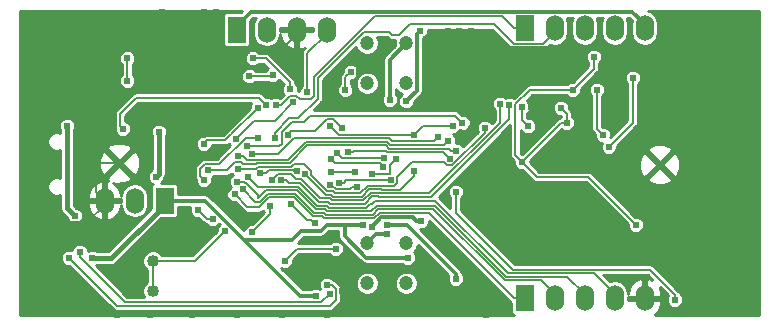
<source format=gbr>
%TF.GenerationSoftware,KiCad,Pcbnew,4.1.0-alpha+201605041001+6771~44~ubuntu15.10.1-product*%
%TF.CreationDate,2016-05-05T22:42:08+02:00*%
%TF.ProjectId,robot1,726F626F74312E6B696361645F706362,rev?*%
%TF.FileFunction,Copper,L2,Bot,Signal*%
%FSLAX46Y46*%
G04 Gerber Fmt 4.6, Leading zero omitted, Abs format (unit mm)*
G04 Created by KiCad (PCBNEW 4.1.0-alpha+201605041001+6771~44~ubuntu15.10.1-product) date czw, 5 maj 2016, 22:42:08*
%MOMM*%
%LPD*%
G01*
G04 APERTURE LIST*
%ADD10C,0.100000*%
%ADD11C,1.016000*%
%ADD12R,1.524000X2.199640*%
%ADD13O,1.524000X2.199640*%
%ADD14C,1.200000*%
%ADD15C,0.609600*%
%ADD16C,0.152400*%
%ADD17C,0.304800*%
%ADD18C,0.406400*%
%ADD19C,0.254000*%
G04 APERTURE END LIST*
D10*
D11*
X152654000Y-139700000D03*
X152654000Y-137160000D03*
D12*
X159766000Y-117602000D03*
D13*
X162306000Y-117602000D03*
X164846000Y-117602000D03*
X167386000Y-117602000D03*
D12*
X153670000Y-132080000D03*
D13*
X151130000Y-132080000D03*
X148590000Y-132080000D03*
D14*
X174115000Y-118745000D03*
X174115000Y-122145000D03*
X170815000Y-122145000D03*
X170815000Y-118745000D03*
X170815000Y-139065000D03*
X170815000Y-135665000D03*
X174115000Y-135665000D03*
X174115000Y-139065000D03*
D12*
X184150000Y-117475000D03*
D13*
X186690000Y-117475000D03*
X189230000Y-117475000D03*
X191770000Y-117475000D03*
X194310000Y-117475000D03*
D12*
X184150000Y-140335000D03*
D13*
X186690000Y-140335000D03*
X189230000Y-140335000D03*
X191770000Y-140335000D03*
X194310000Y-140335000D03*
D15*
X193548000Y-134112000D03*
X167640000Y-125730000D03*
X169418000Y-121158000D03*
X168968433Y-122705337D03*
X164846000Y-129540000D03*
X161775468Y-129781314D03*
X168148000Y-136144000D03*
X163830000Y-137160000D03*
X171196000Y-129794000D03*
X173228000Y-128524000D03*
X178054000Y-125730000D03*
X174752000Y-126492000D03*
X162814000Y-121412000D03*
X160830249Y-121537138D03*
X187705990Y-125476000D03*
X183896000Y-128778000D03*
X189992000Y-119888000D03*
X188214000Y-122682000D03*
X187198000Y-124206000D03*
X156464000Y-132842000D03*
X157734000Y-133604000D03*
X150495000Y-120015000D03*
X150495000Y-121920000D03*
X192786000Y-130302000D03*
X197006228Y-131851410D03*
X198041129Y-131414627D03*
X193802000Y-131318000D03*
X195072000Y-132587994D03*
X198120000Y-132842000D03*
X197612000Y-127000000D03*
X192786000Y-127508000D03*
X195580000Y-125730000D03*
X153924000Y-117856000D03*
X157988000Y-116078000D03*
X156972000Y-116078000D03*
X155448000Y-116332000D03*
X156718000Y-125730000D03*
X155448000Y-125476000D03*
X149098000Y-122174000D03*
X148336000Y-116840000D03*
X150622000Y-116332000D03*
X153416000Y-116078000D03*
X143510000Y-134874000D03*
X141732000Y-135128000D03*
X141732000Y-136906000D03*
X142240000Y-139192000D03*
X143510000Y-139954000D03*
X148336000Y-141478000D03*
X149606000Y-141732000D03*
X152400000Y-141732000D03*
X155956000Y-141732000D03*
X159766000Y-141732000D03*
X163576000Y-141732000D03*
X167386000Y-141732000D03*
X178054000Y-136398000D03*
X179070000Y-137414000D03*
X180340000Y-138938000D03*
X181864000Y-140208000D03*
X180594000Y-140208000D03*
X180848000Y-141732000D03*
X175260000Y-141478000D03*
X174244000Y-140970000D03*
X172466000Y-141478000D03*
X171196000Y-140716000D03*
X169418000Y-140970000D03*
X176720519Y-121475481D03*
X178562000Y-123952000D03*
X181102000Y-123698000D03*
X180340000Y-122682000D03*
X179324000Y-121920000D03*
X182372000Y-136144000D03*
X181610000Y-135128000D03*
X180848000Y-134112000D03*
X179832000Y-133096000D03*
X179578000Y-131572000D03*
X179578000Y-129794000D03*
X180848000Y-129032000D03*
X180848000Y-130302000D03*
X181102000Y-132080000D03*
X202184000Y-138176000D03*
X198882000Y-137414000D03*
X200914000Y-137160000D03*
X203200000Y-137160000D03*
X203200000Y-135382000D03*
X200914000Y-135382000D03*
X198882000Y-134620000D03*
X200152000Y-133350000D03*
X202946000Y-133350000D03*
X202946000Y-131572000D03*
X199898000Y-131572000D03*
X193802000Y-126746000D03*
X197866000Y-125984000D03*
X201168000Y-125730000D03*
X203708000Y-125984000D03*
X203708000Y-124460000D03*
X201168000Y-124206000D03*
X197866000Y-124206000D03*
X197866000Y-122682000D03*
X201168000Y-122682000D03*
X203708000Y-122682000D03*
X203708000Y-121158000D03*
X201168000Y-121158000D03*
X197866000Y-121412000D03*
X197866000Y-119888000D03*
X201168000Y-119888000D03*
X203708000Y-119888000D03*
X168706812Y-139700000D03*
X157734004Y-119126000D03*
X172466000Y-137668000D03*
X169672006Y-120142000D03*
X167741610Y-134874000D03*
X185420000Y-137134590D03*
X177661667Y-117678221D03*
X178562000Y-117678221D03*
X179578000Y-117678221D03*
X160274000Y-124206000D03*
X158496000Y-125476000D03*
X169418000Y-123444000D03*
X183464221Y-122171375D03*
X182626000Y-133350000D03*
X183388006Y-132080000D03*
X184658000Y-124180590D03*
X186436000Y-125476000D03*
X180594000Y-119634000D03*
X179578000Y-119634000D03*
X179578000Y-118618000D03*
X179832000Y-120650000D03*
X187960000Y-129540000D03*
X187198000Y-129540000D03*
X186436000Y-129540000D03*
X186436000Y-128778000D03*
X187198000Y-128778000D03*
X187960000Y-128778000D03*
X187960000Y-128016000D03*
X187198000Y-128016000D03*
X186436046Y-128016000D03*
X184150000Y-136398000D03*
X185166000Y-136398000D03*
X184912000Y-132334000D03*
X184404000Y-131572000D03*
X187198000Y-136144000D03*
X189992000Y-134366000D03*
X192532000Y-134366000D03*
X200406000Y-139446000D03*
X197104000Y-138938000D03*
X202946000Y-118110000D03*
X157480000Y-134874000D03*
X153670000Y-134620000D03*
X152146000Y-135636000D03*
X147320000Y-125095000D03*
X144780000Y-133350000D03*
X160655000Y-119380000D03*
X150114006Y-125984000D03*
X162282335Y-124017526D03*
X146050000Y-133350000D03*
X145415000Y-125730000D03*
X184434447Y-125782225D03*
X183896000Y-124180590D03*
X190754000Y-126492000D03*
X190246000Y-122682000D03*
X193294000Y-121666000D03*
X191262000Y-127508000D03*
X161037126Y-134772390D03*
X162560066Y-132542988D03*
X158750000Y-134620000D03*
X164260038Y-122659495D03*
X161135058Y-120015000D03*
X165732629Y-122910590D03*
X152908000Y-130048000D03*
X153162000Y-126238000D03*
X166451564Y-140131779D03*
X147531711Y-136948289D03*
X174243982Y-136906000D03*
X170434000Y-134116913D03*
X172729289Y-123545610D03*
X172466132Y-134934268D03*
X168706811Y-125958590D03*
X169164000Y-127939843D03*
X164094967Y-126527364D03*
X177800000Y-128524000D03*
X178308000Y-131318000D03*
X196850000Y-140462000D03*
X156972000Y-127254000D03*
X161544000Y-124206000D03*
X161544000Y-126746000D03*
X156972000Y-130302000D03*
X164571893Y-123723378D03*
X159666964Y-126852691D03*
X174119503Y-123659411D03*
X175260000Y-117678221D03*
X171218557Y-134311348D03*
X175395449Y-133781841D03*
X172469399Y-134172263D03*
X178308000Y-138684000D03*
X165552108Y-129851079D03*
X174752000Y-129540004D03*
X169974463Y-130916425D03*
X167661323Y-130735161D03*
X172810458Y-130319685D03*
X168401964Y-130556000D03*
X167760835Y-129659288D03*
X169804797Y-129652731D03*
X172186590Y-129215371D03*
X167754778Y-128592476D03*
X160608229Y-127481674D03*
X178877945Y-125478510D03*
X178369004Y-127862508D03*
X157352996Y-129522404D03*
X161028113Y-128117566D03*
X176784000Y-126715528D03*
X159885415Y-128303011D03*
X177689003Y-126998718D03*
X159902501Y-129369822D03*
X180763292Y-125899286D03*
X167640000Y-139953998D03*
X146469593Y-136398944D03*
X164343090Y-132334000D03*
X166390812Y-134010390D03*
X167386000Y-139192000D03*
X145542000Y-136906000D03*
X172238056Y-128454796D03*
X168278529Y-128038990D03*
X162773674Y-130299043D03*
X182060250Y-123886011D03*
X163533791Y-130352755D03*
X182818375Y-123962875D03*
X163028155Y-126747529D03*
X163068000Y-123952000D03*
X160756590Y-130048000D03*
X159766000Y-130484532D03*
X160267977Y-131077667D03*
X159583063Y-131551344D03*
D16*
X183896000Y-128778000D02*
X183362599Y-128244599D01*
X183362599Y-128244599D02*
X183362599Y-123924557D01*
X183362599Y-123924557D02*
X184605156Y-122682000D01*
X184605156Y-122682000D02*
X188214000Y-122682000D01*
X183896000Y-128778000D02*
X185191401Y-130073401D01*
X185191401Y-130073401D02*
X189509401Y-130073401D01*
X189509401Y-130073401D02*
X193548000Y-134112000D01*
X168402000Y-126492000D02*
X167640000Y-125730000D01*
X174752000Y-126492000D02*
X168402000Y-126492000D01*
D17*
X194310000Y-117137180D02*
X194310000Y-117475000D01*
X159766000Y-117264180D02*
X160959801Y-116070379D01*
X193243200Y-116070380D02*
X194310000Y-117137180D01*
X159766000Y-117602000D02*
X159766000Y-117264180D01*
X160959801Y-116070379D02*
X193243200Y-116070380D01*
D16*
X168968433Y-121607567D02*
X169418000Y-121158000D01*
X168968433Y-122705337D02*
X168968433Y-121607567D01*
X164592000Y-129540000D02*
X164846000Y-129540000D01*
X164592000Y-129540000D02*
X164566542Y-129514542D01*
X164566542Y-129514542D02*
X162473292Y-129514542D01*
X162206520Y-129781314D02*
X161775468Y-129781314D01*
X162473292Y-129514542D02*
X162206520Y-129781314D01*
X164846000Y-136144000D02*
X168148000Y-136144000D01*
X163830000Y-137160000D02*
X164846000Y-136144000D01*
X172720000Y-129794000D02*
X172720000Y-129032000D01*
X172720000Y-129032000D02*
X173228000Y-128524000D01*
X171196000Y-129794000D02*
X172720000Y-129794000D01*
X174752000Y-126492000D02*
X175514000Y-125730000D01*
X175514000Y-125730000D02*
X178054000Y-125730000D01*
X160830249Y-121537138D02*
X162688862Y-121537138D01*
X162688862Y-121537138D02*
X162814000Y-121412000D01*
X187198000Y-125476000D02*
X187705990Y-125476000D01*
X183896000Y-128778000D02*
X187198000Y-125476000D01*
X187198000Y-124206000D02*
X187705990Y-124713990D01*
X187705990Y-124713990D02*
X187705990Y-125476000D01*
X188214000Y-122682000D02*
X189992000Y-120904000D01*
X189992000Y-120904000D02*
X189992000Y-119888000D01*
X157734000Y-133604000D02*
X157226000Y-133604000D01*
X157226000Y-133604000D02*
X156464000Y-132842000D01*
X150495000Y-121920000D02*
X150495000Y-120015000D01*
X187960000Y-128778000D02*
X191262000Y-128778000D01*
X192481201Y-129997201D02*
X192786000Y-130302000D01*
X191262000Y-128778000D02*
X192481201Y-129997201D01*
X197612000Y-127000000D02*
X197612000Y-130985498D01*
X197612000Y-130985498D02*
X197736330Y-131109828D01*
X197736330Y-131109828D02*
X198041129Y-131414627D01*
X196472818Y-131318000D02*
X196701429Y-131546611D01*
X193802000Y-131318000D02*
X196472818Y-131318000D01*
X196701429Y-131546611D02*
X197006228Y-131851410D01*
X195326006Y-132842000D02*
X195072000Y-132587994D01*
X198120000Y-132842000D02*
X195326006Y-132842000D01*
X193040000Y-127508000D02*
X192786000Y-127508000D01*
X193802000Y-126746000D02*
X193040000Y-127508000D01*
X195834000Y-125984000D02*
X195580000Y-125730000D01*
X197866000Y-125984000D02*
X195834000Y-125984000D01*
X147828000Y-125603000D02*
X147828000Y-128778000D01*
X147828000Y-128778000D02*
X147828000Y-131318000D01*
X149826980Y-128905000D02*
X147955000Y-128905000D01*
X147955000Y-128905000D02*
X147828000Y-128778000D01*
X147320000Y-125095000D02*
X147828000Y-125603000D01*
X147828000Y-131318000D02*
X148590000Y-132080000D01*
X157988000Y-116078000D02*
X155702000Y-116078000D01*
X155702000Y-116078000D02*
X153924000Y-117856000D01*
X155448000Y-116332000D02*
X156718000Y-116332000D01*
X156718000Y-116332000D02*
X156972000Y-116078000D01*
X155448000Y-125476000D02*
X156464000Y-125476000D01*
X156464000Y-125476000D02*
X156718000Y-125730000D01*
X148336000Y-116840000D02*
X148336000Y-121412000D01*
X148336000Y-121412000D02*
X149098000Y-122174000D01*
X153416000Y-116078000D02*
X150876000Y-116078000D01*
X150876000Y-116078000D02*
X150622000Y-116332000D01*
X141732000Y-135128000D02*
X143256000Y-135128000D01*
X143256000Y-135128000D02*
X143510000Y-134874000D01*
X142240000Y-139192000D02*
X141732000Y-138684000D01*
X141732000Y-138684000D02*
X141732000Y-136906000D01*
X148336000Y-141478000D02*
X146812000Y-139954000D01*
X146812000Y-139954000D02*
X143510000Y-139954000D01*
X152400000Y-141732000D02*
X149606000Y-141732000D01*
X159766000Y-141732000D02*
X155956000Y-141732000D01*
X167386000Y-141732000D02*
X163576000Y-141732000D01*
X179070000Y-137414000D02*
X178054000Y-136398000D01*
X181864000Y-140208000D02*
X180594000Y-138938000D01*
X180594000Y-138938000D02*
X180340000Y-138938000D01*
X180848000Y-141732000D02*
X180848000Y-140462000D01*
X180848000Y-140462000D02*
X180594000Y-140208000D01*
X174244000Y-140970000D02*
X174752000Y-140970000D01*
X174752000Y-140970000D02*
X175260000Y-141478000D01*
X171196000Y-140716000D02*
X171704000Y-140716000D01*
X171704000Y-140716000D02*
X172466000Y-141478000D01*
X168706812Y-139700000D02*
X168706812Y-140258812D01*
X168706812Y-140258812D02*
X169418000Y-140970000D01*
X176720519Y-121475481D02*
X177165038Y-121920000D01*
X177165038Y-121920000D02*
X179324000Y-121920000D01*
X181102000Y-123698000D02*
X178816000Y-123698000D01*
X178816000Y-123698000D02*
X178562000Y-123952000D01*
X179324000Y-121920000D02*
X179578000Y-121920000D01*
X179578000Y-121920000D02*
X180340000Y-122682000D01*
X181610000Y-135128000D02*
X181610000Y-135382000D01*
X181610000Y-135382000D02*
X182372000Y-136144000D01*
X179832000Y-133096000D02*
X180848000Y-134112000D01*
X179578000Y-129794000D02*
X179578000Y-131572000D01*
X180848000Y-130302000D02*
X180848000Y-129032000D01*
X182626000Y-133350000D02*
X181356000Y-132080000D01*
X181356000Y-132080000D02*
X181102000Y-132080000D01*
X202184000Y-138176000D02*
X201676000Y-138176000D01*
X201676000Y-138176000D02*
X200406000Y-139446000D01*
X200914000Y-137160000D02*
X199136000Y-137160000D01*
X199136000Y-137160000D02*
X198882000Y-137414000D01*
X203200000Y-135382000D02*
X203200000Y-137160000D01*
X198882000Y-134620000D02*
X199644000Y-135382000D01*
X199644000Y-135382000D02*
X200914000Y-135382000D01*
X202946000Y-133350000D02*
X200152000Y-133350000D01*
X199898000Y-131572000D02*
X202946000Y-131572000D01*
X203708000Y-125984000D02*
X201422000Y-125984000D01*
X201422000Y-125984000D02*
X201168000Y-125730000D01*
X201168000Y-124206000D02*
X203454000Y-124206000D01*
X203454000Y-124206000D02*
X203708000Y-124460000D01*
X197866000Y-122682000D02*
X197866000Y-124206000D01*
X203708000Y-122682000D02*
X201168000Y-122682000D01*
X201168000Y-121158000D02*
X203708000Y-121158000D01*
X197866000Y-119888000D02*
X197866000Y-121412000D01*
X203708000Y-119888000D02*
X201168000Y-119888000D01*
X168706812Y-137921987D02*
X168706812Y-139700000D01*
X168960799Y-137668000D02*
X168706812Y-137921987D01*
X196850000Y-118618000D02*
X196359770Y-119108230D01*
X196359770Y-119108230D02*
X181119770Y-119108230D01*
X181119770Y-119108230D02*
X180594000Y-119634000D01*
X160655000Y-119380000D02*
X157988004Y-119380000D01*
X157988004Y-119380000D02*
X157734004Y-119126000D01*
X168960799Y-137668000D02*
X168960799Y-135913363D01*
X172466000Y-137668000D02*
X168960799Y-137668000D01*
X169976805Y-120446799D02*
X169672006Y-120142000D01*
X169976805Y-122885195D02*
X169976805Y-120446799D01*
X169418000Y-123444000D02*
X169976805Y-122885195D01*
X168960799Y-135913363D02*
X168226235Y-135178799D01*
X168226235Y-135178799D02*
X168046409Y-135178799D01*
X168046409Y-135178799D02*
X167741610Y-134874000D01*
X178562000Y-117678221D02*
X177661667Y-117678221D01*
X179578000Y-118618000D02*
X179578000Y-117678221D01*
X159004000Y-125476000D02*
X160274000Y-124206000D01*
X158496000Y-125476000D02*
X159004000Y-125476000D01*
X181353375Y-122171375D02*
X183464221Y-122171375D01*
X179832000Y-120650000D02*
X181353375Y-122171375D01*
X182626000Y-133350000D02*
X183388006Y-132587994D01*
X183388006Y-132587994D02*
X183388006Y-132080000D01*
X184404000Y-131572000D02*
X183896000Y-132080000D01*
X183896000Y-132080000D02*
X183388006Y-132080000D01*
X185953410Y-125476000D02*
X184658000Y-124180590D01*
X186436000Y-125476000D02*
X185953410Y-125476000D01*
X180594000Y-119634000D02*
X180594000Y-119888000D01*
X180594000Y-119888000D02*
X179832000Y-120650000D01*
X179578000Y-118618000D02*
X179578000Y-119634000D01*
X185166000Y-136398000D02*
X184150000Y-136398000D01*
X184912000Y-132334000D02*
X184912000Y-132080000D01*
X184912000Y-132080000D02*
X184404000Y-131572000D01*
X189992000Y-134366000D02*
X188976000Y-134366000D01*
X188976000Y-134366000D02*
X187198000Y-136144000D01*
X192532000Y-134366000D02*
X189992000Y-134366000D01*
X197104000Y-138938000D02*
X197612000Y-139446000D01*
X197612000Y-139446000D02*
X200406000Y-139446000D01*
X196850000Y-118618000D02*
X202438000Y-118618000D01*
X202438000Y-118618000D02*
X202946000Y-118110000D01*
X157480000Y-134874000D02*
X153924000Y-134874000D01*
X153924000Y-134874000D02*
X153670000Y-134620000D01*
X152146000Y-135636000D02*
X152654000Y-135636000D01*
X152654000Y-135636000D02*
X153670000Y-134620000D01*
X144780000Y-133350000D02*
X145313401Y-133883401D01*
X145313401Y-133883401D02*
X147124419Y-133883401D01*
X147124419Y-133883401D02*
X148590000Y-132417820D01*
X148590000Y-132417820D02*
X148590000Y-132080000D01*
X160655000Y-119380000D02*
X163405820Y-119380000D01*
X163405820Y-119380000D02*
X164846000Y-117939820D01*
X164846000Y-117939820D02*
X164846000Y-117602000D01*
X149885424Y-125755418D02*
X150114006Y-125984000D01*
X151231637Y-123367787D02*
X149885424Y-124714000D01*
X162282335Y-124017526D02*
X161632596Y-123367787D01*
X149885424Y-124714000D02*
X149885424Y-125755418D01*
X161632596Y-123367787D02*
X151231637Y-123367787D01*
D18*
X145415000Y-125730000D02*
X145415000Y-132715000D01*
X145415000Y-132715000D02*
X146050000Y-133350000D01*
D16*
X183896000Y-124180590D02*
X183896000Y-125243778D01*
X183896000Y-125243778D02*
X184434447Y-125782225D01*
X190246000Y-125984000D02*
X190754000Y-126492000D01*
X190246000Y-122682000D02*
X190246000Y-125984000D01*
X193294000Y-125476000D02*
X193294000Y-121666000D01*
X191262000Y-127508000D02*
X193294000Y-125476000D01*
X152654000Y-139700000D02*
X152654000Y-137160000D01*
X158750000Y-134620000D02*
X156210000Y-137160000D01*
X156210000Y-137160000D02*
X152654000Y-137160000D01*
X162560066Y-133249450D02*
X161037126Y-134772390D01*
X162560066Y-132542988D02*
X162560066Y-133249450D01*
X164260038Y-122068602D02*
X164260038Y-122659495D01*
X162206436Y-120015000D02*
X164260038Y-122068602D01*
X161135058Y-120015000D02*
X162206436Y-120015000D01*
X167386000Y-117602000D02*
X167386000Y-117939820D01*
X165732629Y-119593191D02*
X165732629Y-122910590D01*
X167386000Y-117939820D02*
X165732629Y-119593191D01*
D18*
X153162000Y-126238000D02*
X153162000Y-129794000D01*
X153162000Y-129794000D02*
X152908000Y-130048000D01*
D17*
X160387790Y-135382000D02*
X165137569Y-140131779D01*
X165137569Y-140131779D02*
X166451564Y-140131779D01*
D18*
X149139531Y-136948289D02*
X147531711Y-136948289D01*
X153670000Y-132080000D02*
X153670000Y-132417820D01*
X153670000Y-132417820D02*
X149139531Y-136948289D01*
D17*
X170716894Y-136906000D02*
X174243982Y-136906000D01*
X168910000Y-135099106D02*
X170716894Y-136906000D01*
X168910000Y-134112000D02*
X168910000Y-135099106D01*
X168914913Y-134116913D02*
X170434000Y-134116913D01*
X168910000Y-134112000D02*
X168914913Y-134116913D01*
X167386000Y-134112000D02*
X168910000Y-134112000D01*
X166878000Y-134620000D02*
X167386000Y-134112000D01*
X165232880Y-134620000D02*
X166878000Y-134620000D01*
X164470880Y-135382000D02*
X165232880Y-134620000D01*
X157085790Y-132080000D02*
X160387790Y-135382000D01*
X160387790Y-135382000D02*
X164470880Y-135382000D01*
X153670000Y-132080000D02*
X157085790Y-132080000D01*
X172729289Y-120130711D02*
X172729289Y-123545610D01*
X174115000Y-118745000D02*
X172729289Y-120130711D01*
X170815000Y-135665000D02*
X171545732Y-134934268D01*
X171545732Y-134934268D02*
X172466132Y-134934268D01*
D16*
X196850000Y-140462000D02*
X196850000Y-140030948D01*
X196850000Y-140030948D02*
X194741052Y-137922000D01*
X194741052Y-137922000D02*
X183134000Y-137922000D01*
X183134000Y-137922000D02*
X178308000Y-133096000D01*
X178308000Y-133096000D02*
X178308000Y-131318000D01*
X172529695Y-127970817D02*
X172473312Y-127914434D01*
X167944819Y-125196598D02*
X168706811Y-125958590D01*
X164094967Y-126527364D02*
X164399766Y-126222565D01*
X167383966Y-125196598D02*
X167944819Y-125196598D01*
X166357999Y-126222565D02*
X167383966Y-125196598D01*
X169595052Y-127939843D02*
X169164000Y-127939843D01*
X164399766Y-126222565D02*
X166357999Y-126222565D01*
X177800000Y-128524000D02*
X177246817Y-127970817D01*
X172473312Y-127914434D02*
X169620461Y-127914434D01*
X169620461Y-127914434D02*
X169595052Y-127939843D01*
X177246817Y-127970817D02*
X172529695Y-127970817D01*
X156972000Y-127254000D02*
X157276799Y-126949201D01*
X157276799Y-126949201D02*
X158800799Y-126949201D01*
X158800799Y-126949201D02*
X159283402Y-126466598D01*
X159283402Y-126466598D02*
X161544000Y-124206000D01*
X161112948Y-126746000D02*
X161544000Y-126746000D01*
X160528000Y-126746000D02*
X161112948Y-126746000D01*
X157096963Y-128989003D02*
X158284997Y-128989003D01*
X156667201Y-129418765D02*
X157096963Y-128989003D01*
X156667201Y-129997201D02*
X156667201Y-129418765D01*
X156972000Y-130302000D02*
X156667201Y-129997201D01*
X158284997Y-128989003D02*
X160528000Y-126746000D01*
X162976722Y-125318549D02*
X164571893Y-123723378D01*
X161201106Y-125318549D02*
X162976722Y-125318549D01*
X159666964Y-126852691D02*
X161201106Y-125318549D01*
D17*
X175260000Y-117678221D02*
X175006000Y-117932221D01*
X175019801Y-118310695D02*
X175019801Y-119179305D01*
X175019801Y-119179305D02*
X175006000Y-119193106D01*
X175006000Y-119193106D02*
X175006000Y-121696894D01*
X175019801Y-122579305D02*
X175006000Y-122593106D01*
X175006000Y-117932221D02*
X175006000Y-118296894D01*
X175006000Y-118296894D02*
X175019801Y-118310695D01*
X175006000Y-121696894D02*
X175019801Y-121710695D01*
X175019801Y-121710695D02*
X175019801Y-122579305D01*
X175006000Y-122593106D02*
X175006000Y-122772914D01*
X175006000Y-122772914D02*
X174119503Y-123659411D01*
X172027352Y-133502553D02*
X171218557Y-134311348D01*
X174685109Y-133502553D02*
X172027352Y-133502553D01*
X174964397Y-133781841D02*
X174685109Y-133502553D01*
X175395449Y-133781841D02*
X174964397Y-133781841D01*
X178308000Y-138684000D02*
X178308000Y-138252948D01*
X178308000Y-138252948D02*
X174227315Y-134172263D01*
X174227315Y-134172263D02*
X172469399Y-134172263D01*
D16*
X172101395Y-131157898D02*
X172058252Y-131114755D01*
X167291043Y-131590014D02*
X165552108Y-129851079D01*
X174752000Y-129971056D02*
X173565158Y-131157898D01*
X170356751Y-131754637D02*
X167949067Y-131754637D01*
X172058252Y-131114755D02*
X170996634Y-131114755D01*
X173565158Y-131157898D02*
X172101395Y-131157898D01*
X174752000Y-129540004D02*
X174752000Y-129971056D01*
X167949067Y-131754637D02*
X167784444Y-131590014D01*
X167784444Y-131590014D02*
X167291043Y-131590014D01*
X170996634Y-131114755D02*
X170356751Y-131754637D01*
X167791725Y-130735161D02*
X167661323Y-130735161D01*
X169974463Y-130916425D02*
X169543411Y-130916425D01*
X169543411Y-130916425D02*
X169370434Y-131089402D01*
X168145966Y-131089402D02*
X167791725Y-130735161D01*
X169370434Y-131089402D02*
X168145966Y-131089402D01*
X172379406Y-130319685D02*
X172810458Y-130319685D01*
X172371690Y-130327401D02*
X172379406Y-130319685D01*
X169061615Y-130327401D02*
X172371690Y-130327401D01*
X168401964Y-130556000D02*
X168833016Y-130556000D01*
X168833016Y-130556000D02*
X169061615Y-130327401D01*
X169804797Y-129652731D02*
X167767392Y-129652731D01*
X167767392Y-129652731D02*
X167760835Y-129659288D01*
X167754778Y-128592476D02*
X168059577Y-128897275D01*
X168059577Y-128897275D02*
X171868494Y-128897275D01*
X171868494Y-128897275D02*
X172186590Y-129215371D01*
X178877945Y-125478510D02*
X178291222Y-124891787D01*
X164407706Y-125425189D02*
X163561565Y-126271330D01*
X163375762Y-127481674D02*
X160608229Y-127481674D01*
X163561565Y-126271330D02*
X163561565Y-127295871D01*
X163561565Y-127295871D02*
X163375762Y-127481674D01*
X165965649Y-124891787D02*
X165432247Y-125425189D01*
X165432247Y-125425189D02*
X164407706Y-125425189D01*
X178291222Y-124891787D02*
X165965649Y-124891787D01*
X159646468Y-128836421D02*
X160158534Y-128836421D01*
X164260578Y-128904920D02*
X165759065Y-127406433D01*
X177741450Y-127666006D02*
X177937952Y-127862508D01*
X158960485Y-129522404D02*
X159646468Y-128836421D01*
X172655951Y-127666006D02*
X177741450Y-127666006D01*
X161431359Y-128904920D02*
X164260578Y-128904920D01*
X165759065Y-127406433D02*
X172396378Y-127406433D01*
X161380492Y-128955787D02*
X161431359Y-128904920D01*
X160158534Y-128836421D02*
X160277900Y-128955787D01*
X157352996Y-129522404D02*
X158960485Y-129522404D01*
X172396378Y-127406433D02*
X172655951Y-127666006D01*
X160277900Y-128955787D02*
X161380492Y-128955787D01*
X177937952Y-127862508D02*
X178369004Y-127862508D01*
X176474127Y-127025401D02*
X172877480Y-127025401D01*
X163294201Y-128117566D02*
X161028113Y-128117566D01*
X172877480Y-127025401D02*
X172648890Y-126796811D01*
X164614956Y-126796811D02*
X163294201Y-128117566D01*
X176784000Y-126715528D02*
X176474127Y-127025401D01*
X172648890Y-126796811D02*
X164614956Y-126796811D01*
X161305103Y-128600109D02*
X161254236Y-128650976D01*
X177689003Y-126998718D02*
X177357509Y-127330212D01*
X172522634Y-127101622D02*
X165632808Y-127101622D01*
X177357509Y-127330212D02*
X172751224Y-127330212D01*
X160316467Y-128303011D02*
X159885415Y-128303011D01*
X160664432Y-128650976D02*
X160316467Y-128303011D01*
X165632808Y-127101622D02*
X164134321Y-128600109D01*
X172751224Y-127330212D02*
X172522634Y-127101622D01*
X164134321Y-128600109D02*
X161305103Y-128600109D01*
X161254236Y-128650976D02*
X160664432Y-128650976D01*
X161397524Y-129369822D02*
X159902501Y-129369822D01*
X166085509Y-129595046D02*
X165497061Y-129006598D01*
X164386833Y-129209731D02*
X161557615Y-129209731D01*
X161557615Y-129209731D02*
X161397524Y-129369822D01*
X164589966Y-129006598D02*
X164386833Y-129209731D01*
X165497061Y-129006598D02*
X164589966Y-129006598D01*
X166085509Y-129948753D02*
X166085509Y-129595046D01*
X167894060Y-131268563D02*
X167405319Y-131268563D01*
X173343860Y-130575719D02*
X173066492Y-130853087D01*
X174578700Y-128828811D02*
X173343860Y-130063651D01*
X178036229Y-129057401D02*
X177546000Y-129057401D01*
X170230496Y-131449826D02*
X168075323Y-131449826D01*
X170870378Y-130809944D02*
X170230496Y-131449826D01*
X172227651Y-130853087D02*
X172184508Y-130809944D01*
X173343860Y-130063651D02*
X173343860Y-130575719D01*
X177546000Y-129057401D02*
X177317410Y-128828811D01*
X180763292Y-125899286D02*
X180763292Y-126330338D01*
X177317410Y-128828811D02*
X174578700Y-128828811D01*
X172184508Y-130809944D02*
X170870378Y-130809944D01*
X167405319Y-131268563D02*
X166085509Y-129948753D01*
X180763292Y-126330338D02*
X178036229Y-129057401D01*
X173066492Y-130853087D02*
X172227651Y-130853087D01*
X168075323Y-131449826D02*
X167894060Y-131268563D01*
X166928809Y-140665189D02*
X167640000Y-139953998D01*
X150304786Y-140665189D02*
X166928809Y-140665189D01*
X146469593Y-136829996D02*
X150304786Y-140665189D01*
X146469593Y-136398944D02*
X146469593Y-136829996D01*
X165714681Y-133705591D02*
X164343090Y-132334000D01*
X166086013Y-133705591D02*
X165714681Y-133705591D01*
X166390812Y-134010390D02*
X166086013Y-133705591D01*
X168173402Y-139548350D02*
X167817052Y-139192000D01*
X167667454Y-140970000D02*
X168173402Y-140464052D01*
X145542000Y-136906000D02*
X149606000Y-140970000D01*
X149606000Y-140970000D02*
X167667454Y-140970000D01*
X168173402Y-140464052D02*
X168173402Y-139548350D01*
X167817052Y-139192000D02*
X167386000Y-139192000D01*
X171807004Y-128454796D02*
X172238056Y-128454796D01*
X168712783Y-128473244D02*
X171788556Y-128473244D01*
X171788556Y-128473244D02*
X171807004Y-128454796D01*
X168278529Y-128038990D02*
X168712783Y-128473244D01*
X163253364Y-129819353D02*
X162773674Y-130299043D01*
X171122889Y-131419567D02*
X170483007Y-132059448D01*
X164335917Y-129819353D02*
X163253364Y-129819353D01*
X164793112Y-130276548D02*
X164335917Y-129819353D01*
X165230404Y-130276548D02*
X164793112Y-130276548D01*
X167658188Y-131894825D02*
X166848681Y-131894825D01*
X171931996Y-131419566D02*
X171122889Y-131419567D01*
X182060250Y-125484251D02*
X176081792Y-131462709D01*
X182060250Y-123886011D02*
X182060250Y-125484251D01*
X170483007Y-132059448D02*
X167822811Y-132059448D01*
X167822811Y-132059448D02*
X167658188Y-131894825D01*
X176081792Y-131462709D02*
X171975139Y-131462709D01*
X166848681Y-131894825D02*
X165230404Y-130276548D01*
X171975139Y-131462709D02*
X171931996Y-131419566D01*
X167531932Y-132199636D02*
X166722426Y-132199636D01*
X171848883Y-131767520D02*
X171805740Y-131724377D01*
X182818375Y-123962875D02*
X182818375Y-125157193D01*
X171805740Y-131724377D02*
X171249146Y-131724377D01*
X166722426Y-132199636D02*
X165104148Y-130581358D01*
X165104148Y-130581358D02*
X164193446Y-130581358D01*
X170609263Y-132364259D02*
X167696555Y-132364259D01*
X171249146Y-131724377D02*
X170609263Y-132364259D01*
X182818375Y-125157193D02*
X176208048Y-131767520D01*
X176208048Y-131767520D02*
X171848883Y-131767520D01*
X163964843Y-130352755D02*
X163533791Y-130352755D01*
X164193446Y-130581358D02*
X163964843Y-130352755D01*
X167696555Y-132364259D02*
X167531932Y-132199636D01*
X172943923Y-118033820D02*
X172689924Y-117779820D01*
X166624000Y-123444000D02*
X164947622Y-125120378D01*
X163028155Y-126316477D02*
X163028155Y-126747529D01*
X173512077Y-118033820D02*
X172943923Y-118033820D01*
X181546509Y-117144811D02*
X174401086Y-117144811D01*
X186690000Y-117475000D02*
X186690000Y-117812820D01*
X183205119Y-118803421D02*
X181546509Y-117144811D01*
X170553850Y-117779820D02*
X166624000Y-121709670D01*
X174401086Y-117144811D02*
X173512077Y-118033820D01*
X172689924Y-117779820D02*
X170553850Y-117779820D01*
X185699399Y-118803421D02*
X183205119Y-118803421D01*
X186690000Y-117812820D02*
X185699399Y-118803421D01*
X166624000Y-121709670D02*
X166624000Y-123444000D01*
X164947622Y-125120378D02*
X164224254Y-125120378D01*
X164224254Y-125120378D02*
X163028155Y-126316477D01*
X163553837Y-123952000D02*
X163068000Y-123952000D01*
X171451213Y-116451390D02*
X166319189Y-121583414D01*
X164315860Y-123189977D02*
X163553837Y-123952000D01*
X166319189Y-123240811D02*
X166092655Y-123467345D01*
X166319189Y-121583414D02*
X166319189Y-123240811D01*
X164827926Y-123189977D02*
X164315860Y-123189977D01*
X165105294Y-123467345D02*
X164827926Y-123189977D01*
X182211990Y-116451390D02*
X171451213Y-116451390D01*
X166092655Y-123467345D02*
X165105294Y-123467345D01*
X184150000Y-117475000D02*
X183235600Y-117475000D01*
X183235600Y-117475000D02*
X182211990Y-116451390D01*
X160756590Y-130048000D02*
X161594755Y-130886165D01*
X171196000Y-132334000D02*
X171457669Y-132072331D01*
X161594755Y-130886165D02*
X164718802Y-130886165D01*
X166596170Y-132504447D02*
X167405676Y-132504447D01*
X164718802Y-130886165D02*
X164977892Y-130886169D01*
X176573143Y-132072331D02*
X182727623Y-138226811D01*
X164977892Y-130886169D02*
X166596170Y-132504447D01*
X182727623Y-138226811D02*
X189999631Y-138226811D01*
X167405676Y-132504447D02*
X167570299Y-132669070D01*
X167570299Y-132669070D02*
X170735520Y-132669070D01*
X170735520Y-132669070D02*
X171070589Y-132334000D01*
X171070589Y-132334000D02*
X171196000Y-132334000D01*
X171457669Y-132072331D02*
X176573143Y-132072331D01*
X189999631Y-138226811D02*
X191770000Y-139997180D01*
X191770000Y-139997180D02*
X191770000Y-140335000D01*
X167444043Y-132973881D02*
X167279420Y-132809258D01*
X164851635Y-131190979D02*
X164592546Y-131190976D01*
X171155060Y-132973881D02*
X167444043Y-132973881D01*
X176553884Y-132511750D02*
X171617191Y-132511750D01*
X182573756Y-138531622D02*
X176553884Y-132511750D01*
X166469914Y-132809258D02*
X164851635Y-131190979D01*
X189230000Y-139997180D02*
X187764442Y-138531622D01*
X189230000Y-140335000D02*
X189230000Y-139997180D01*
X171617191Y-132511750D02*
X171155060Y-132973881D01*
X167279420Y-132809258D02*
X166469914Y-132809258D01*
X164592546Y-131190976D02*
X162231190Y-131190976D01*
X187764442Y-138531622D02*
X182573756Y-138531622D01*
X162231190Y-131190976D02*
X161571370Y-131850796D01*
X160403686Y-130484532D02*
X159766000Y-130484532D01*
X161571370Y-131850796D02*
X161571370Y-131599370D01*
X161571370Y-131599370D02*
X160553402Y-130581402D01*
X160553402Y-130581402D02*
X160500556Y-130581402D01*
X160500556Y-130581402D02*
X160403686Y-130484532D01*
X186690000Y-140335000D02*
X186690000Y-139997180D01*
X186690000Y-139997180D02*
X185529253Y-138836433D01*
X185529253Y-138836433D02*
X182447500Y-138836433D01*
X182447500Y-138836433D02*
X176427628Y-132816561D01*
X161352619Y-132162309D02*
X160267977Y-131077667D01*
X176427628Y-132816561D02*
X171743447Y-132816561D01*
X164725378Y-131495789D02*
X164466290Y-131495787D01*
X162395386Y-131495787D02*
X161728864Y-132162309D01*
X164466290Y-131495787D02*
X162395386Y-131495787D01*
X171743447Y-132816561D02*
X171281316Y-133278692D01*
X167317787Y-133278692D02*
X167153164Y-133114069D01*
X167153164Y-133114069D02*
X166343659Y-133114069D01*
X171281316Y-133278692D02*
X167317787Y-133278692D01*
X161728864Y-132162309D02*
X161352619Y-132162309D01*
X166343659Y-133114069D02*
X164725378Y-131495789D01*
X171869703Y-133121372D02*
X171407572Y-133583503D01*
X176021972Y-133121372D02*
X171869703Y-133121372D01*
X160670530Y-132638811D02*
X159583063Y-131551344D01*
X183235600Y-140335000D02*
X176021972Y-133121372D01*
X166217404Y-133418880D02*
X164599123Y-131800599D01*
X167026908Y-133418880D02*
X166217404Y-133418880D01*
X167191531Y-133583503D02*
X167026908Y-133418880D01*
X161683429Y-132638811D02*
X160670530Y-132638811D01*
X171407572Y-133583503D02*
X167191531Y-133583503D01*
X184150000Y-140335000D02*
X183235600Y-140335000D01*
X162521642Y-131800598D02*
X161683429Y-132638811D01*
X164599123Y-131800599D02*
X162521642Y-131800598D01*
D19*
G36*
X204014000Y-141784000D02*
X195146377Y-141784000D01*
X195208026Y-141750450D01*
X195552059Y-141324761D01*
X195707000Y-140799820D01*
X195707000Y-140462000D01*
X194437000Y-140462000D01*
X194437000Y-140482000D01*
X194183000Y-140482000D01*
X194183000Y-140462000D01*
X192913000Y-140462000D01*
X192913000Y-140208000D01*
X194183000Y-140208000D01*
X194183000Y-138765460D01*
X193966930Y-138642960D01*
X193892723Y-138657920D01*
X193411974Y-138919550D01*
X193067941Y-139345239D01*
X192913000Y-139870180D01*
X192913000Y-139968169D01*
X192825994Y-139530762D01*
X192578223Y-139159946D01*
X192207407Y-138912175D01*
X191770000Y-138825169D01*
X191332593Y-138912175D01*
X191331982Y-138912584D01*
X190798598Y-138379200D01*
X194551674Y-138379200D01*
X194953517Y-138781043D01*
X194727277Y-138657920D01*
X194653070Y-138642960D01*
X194437000Y-138765460D01*
X194437000Y-140208000D01*
X195707000Y-140208000D01*
X195707000Y-139870180D01*
X195566442Y-139393968D01*
X196262064Y-140089590D01*
X196164319Y-140324987D01*
X196164081Y-140597816D01*
X196268268Y-140849967D01*
X196461018Y-141043054D01*
X196712987Y-141147681D01*
X196985816Y-141147919D01*
X197237967Y-141043732D01*
X197431054Y-140850982D01*
X197535681Y-140599013D01*
X197535919Y-140326184D01*
X197431732Y-140074033D01*
X197286914Y-139928962D01*
X197272398Y-139855985D01*
X197173289Y-139707659D01*
X195064341Y-137598711D01*
X194916015Y-137499602D01*
X194741052Y-137464800D01*
X183323378Y-137464800D01*
X178765200Y-132906622D01*
X178765200Y-131830620D01*
X178889054Y-131706982D01*
X178993681Y-131455013D01*
X178993919Y-131182184D01*
X178889732Y-130930033D01*
X178696982Y-130736946D01*
X178445013Y-130632319D01*
X178172184Y-130632081D01*
X177920033Y-130736268D01*
X177726946Y-130929018D01*
X177622319Y-131180987D01*
X177622081Y-131453816D01*
X177726268Y-131705967D01*
X177850800Y-131830717D01*
X177850800Y-132703410D01*
X176896432Y-131749042D01*
X176882448Y-131739698D01*
X182905399Y-125716747D01*
X182905399Y-128244599D01*
X182940201Y-128419562D01*
X183039310Y-128567888D01*
X183210234Y-128738812D01*
X183210081Y-128913816D01*
X183314268Y-129165967D01*
X183507018Y-129359054D01*
X183758987Y-129463681D01*
X183935257Y-129463835D01*
X184868112Y-130396690D01*
X185016438Y-130495799D01*
X185191401Y-130530601D01*
X189320023Y-130530601D01*
X192862234Y-134072813D01*
X192862081Y-134247816D01*
X192966268Y-134499967D01*
X193159018Y-134693054D01*
X193410987Y-134797681D01*
X193683816Y-134797919D01*
X193935967Y-134693732D01*
X194129054Y-134500982D01*
X194233681Y-134249013D01*
X194233919Y-133976184D01*
X194129732Y-133724033D01*
X193936982Y-133530946D01*
X193685013Y-133426319D01*
X193508744Y-133426165D01*
X190339447Y-130256868D01*
X194534737Y-130256868D01*
X194645641Y-130534099D01*
X195291593Y-130777323D01*
X195981453Y-130754836D01*
X196514359Y-130534099D01*
X196625263Y-130256868D01*
X195580000Y-129211605D01*
X194534737Y-130256868D01*
X190339447Y-130256868D01*
X189832690Y-129750112D01*
X189684364Y-129651003D01*
X189509401Y-129616201D01*
X185380779Y-129616201D01*
X184581766Y-128817188D01*
X184581830Y-128743593D01*
X193834677Y-128743593D01*
X193857164Y-129433453D01*
X194077901Y-129966359D01*
X194355132Y-130077263D01*
X195400395Y-129032000D01*
X195759605Y-129032000D01*
X196804868Y-130077263D01*
X197082099Y-129966359D01*
X197325323Y-129320407D01*
X197302836Y-128630547D01*
X197082099Y-128097641D01*
X196804868Y-127986737D01*
X195759605Y-129032000D01*
X195400395Y-129032000D01*
X194355132Y-127986737D01*
X194077901Y-128097641D01*
X193834677Y-128743593D01*
X184581830Y-128743593D01*
X184581835Y-128738743D01*
X187290289Y-126030289D01*
X187317008Y-126057054D01*
X187568977Y-126161681D01*
X187841806Y-126161919D01*
X188093957Y-126057732D01*
X188287044Y-125864982D01*
X188391671Y-125613013D01*
X188391909Y-125340184D01*
X188287722Y-125088033D01*
X188163190Y-124963283D01*
X188163190Y-124713990D01*
X188128388Y-124539027D01*
X188029279Y-124390701D01*
X187883766Y-124245188D01*
X187883919Y-124070184D01*
X187779732Y-123818033D01*
X187586982Y-123624946D01*
X187335013Y-123520319D01*
X187062184Y-123520081D01*
X186810033Y-123624268D01*
X186616946Y-123817018D01*
X186512319Y-124068987D01*
X186512081Y-124341816D01*
X186616268Y-124593967D01*
X186809018Y-124787054D01*
X187060987Y-124891681D01*
X187237257Y-124891835D01*
X187248790Y-124903368D01*
X187248790Y-124963380D01*
X187192097Y-125019974D01*
X187023037Y-125053602D01*
X186874711Y-125152711D01*
X183935188Y-128092234D01*
X183856743Y-128092165D01*
X183819799Y-128055221D01*
X183819799Y-126090529D01*
X183852715Y-126170192D01*
X184045465Y-126363279D01*
X184297434Y-126467906D01*
X184570263Y-126468144D01*
X184822414Y-126363957D01*
X185015501Y-126171207D01*
X185120128Y-125919238D01*
X185120366Y-125646409D01*
X185016179Y-125394258D01*
X184823429Y-125201171D01*
X184571460Y-125096544D01*
X184395190Y-125096390D01*
X184353200Y-125054400D01*
X184353200Y-124693210D01*
X184477054Y-124569572D01*
X184581681Y-124317603D01*
X184581919Y-124044774D01*
X184477732Y-123792623D01*
X184309569Y-123624165D01*
X184794534Y-123139200D01*
X187701380Y-123139200D01*
X187825018Y-123263054D01*
X188076987Y-123367681D01*
X188349816Y-123367919D01*
X188601967Y-123263732D01*
X188795054Y-123070982D01*
X188899681Y-122819013D01*
X188899682Y-122817816D01*
X189560081Y-122817816D01*
X189664268Y-123069967D01*
X189788800Y-123194717D01*
X189788800Y-125984000D01*
X189823602Y-126158963D01*
X189922711Y-126307289D01*
X190068234Y-126452812D01*
X190068081Y-126627816D01*
X190172268Y-126879967D01*
X190365018Y-127073054D01*
X190616987Y-127177681D01*
X190656573Y-127177716D01*
X190576319Y-127370987D01*
X190576081Y-127643816D01*
X190680268Y-127895967D01*
X190873018Y-128089054D01*
X191124987Y-128193681D01*
X191397816Y-128193919D01*
X191649967Y-128089732D01*
X191843054Y-127896982D01*
X191880363Y-127807132D01*
X194534737Y-127807132D01*
X195580000Y-128852395D01*
X196625263Y-127807132D01*
X196514359Y-127529901D01*
X195868407Y-127286677D01*
X195178547Y-127309164D01*
X194645641Y-127529901D01*
X194534737Y-127807132D01*
X191880363Y-127807132D01*
X191947681Y-127645013D01*
X191947835Y-127468743D01*
X193617289Y-125799289D01*
X193716398Y-125650963D01*
X193751200Y-125476000D01*
X193751200Y-122178620D01*
X193875054Y-122054982D01*
X193979681Y-121803013D01*
X193979919Y-121530184D01*
X193875732Y-121278033D01*
X193682982Y-121084946D01*
X193431013Y-120980319D01*
X193158184Y-120980081D01*
X192906033Y-121084268D01*
X192712946Y-121277018D01*
X192608319Y-121528987D01*
X192608081Y-121801816D01*
X192712268Y-122053967D01*
X192836800Y-122178717D01*
X192836800Y-125286622D01*
X191400819Y-126722603D01*
X191439681Y-126629013D01*
X191439919Y-126356184D01*
X191335732Y-126104033D01*
X191142982Y-125910946D01*
X190891013Y-125806319D01*
X190714744Y-125806165D01*
X190703200Y-125794622D01*
X190703200Y-123194620D01*
X190827054Y-123070982D01*
X190931681Y-122819013D01*
X190931919Y-122546184D01*
X190827732Y-122294033D01*
X190634982Y-122100946D01*
X190383013Y-121996319D01*
X190110184Y-121996081D01*
X189858033Y-122100268D01*
X189664946Y-122293018D01*
X189560319Y-122544987D01*
X189560081Y-122817816D01*
X188899682Y-122817816D01*
X188899835Y-122642743D01*
X190315289Y-121227289D01*
X190414398Y-121078963D01*
X190449200Y-120904000D01*
X190449200Y-120400620D01*
X190573054Y-120276982D01*
X190677681Y-120025013D01*
X190677919Y-119752184D01*
X190573732Y-119500033D01*
X190380982Y-119306946D01*
X190129013Y-119202319D01*
X189856184Y-119202081D01*
X189604033Y-119306268D01*
X189410946Y-119499018D01*
X189306319Y-119750987D01*
X189306081Y-120023816D01*
X189410268Y-120275967D01*
X189534800Y-120400717D01*
X189534800Y-120714622D01*
X188253188Y-121996234D01*
X188078184Y-121996081D01*
X187826033Y-122100268D01*
X187701283Y-122224800D01*
X184605156Y-122224800D01*
X184430193Y-122259602D01*
X184281867Y-122358711D01*
X183233035Y-123407543D01*
X183207357Y-123381821D01*
X182955388Y-123277194D01*
X182682559Y-123276956D01*
X182497579Y-123353388D01*
X182449232Y-123304957D01*
X182197263Y-123200330D01*
X181924434Y-123200092D01*
X181672283Y-123304279D01*
X181479196Y-123497029D01*
X181374569Y-123748998D01*
X181374331Y-124021827D01*
X181478518Y-124273978D01*
X181603050Y-124398728D01*
X181603050Y-125294873D01*
X181357181Y-125540742D01*
X181345024Y-125511319D01*
X181152274Y-125318232D01*
X180900305Y-125213605D01*
X180627476Y-125213367D01*
X180375325Y-125317554D01*
X180182238Y-125510304D01*
X180077611Y-125762273D01*
X180077373Y-126035102D01*
X180175197Y-126271854D01*
X178957102Y-127489949D01*
X178950736Y-127474541D01*
X178757986Y-127281454D01*
X178506017Y-127176827D01*
X178357673Y-127176698D01*
X178374684Y-127135731D01*
X178374922Y-126862902D01*
X178270735Y-126610751D01*
X178077985Y-126417664D01*
X178073538Y-126415818D01*
X178189816Y-126415919D01*
X178441967Y-126311732D01*
X178634174Y-126119861D01*
X178740932Y-126164191D01*
X179013761Y-126164429D01*
X179265912Y-126060242D01*
X179458999Y-125867492D01*
X179563626Y-125615523D01*
X179563864Y-125342694D01*
X179459677Y-125090543D01*
X179266927Y-124897456D01*
X179014958Y-124792829D01*
X178838688Y-124792675D01*
X178614511Y-124568498D01*
X178466185Y-124469389D01*
X178291222Y-124434587D01*
X166279992Y-124434587D01*
X166947290Y-123767289D01*
X167046398Y-123618963D01*
X167081200Y-123444000D01*
X167081200Y-122841153D01*
X168282514Y-122841153D01*
X168386701Y-123093304D01*
X168579451Y-123286391D01*
X168831420Y-123391018D01*
X169104249Y-123391256D01*
X169356400Y-123287069D01*
X169549487Y-123094319D01*
X169654114Y-122842350D01*
X169654352Y-122569521D01*
X169559217Y-122339277D01*
X169833830Y-122339277D01*
X169982864Y-122699966D01*
X170258583Y-122976166D01*
X170619011Y-123125829D01*
X171009277Y-123126170D01*
X171369966Y-122977136D01*
X171646166Y-122701417D01*
X171795829Y-122340989D01*
X171796170Y-121950723D01*
X171647136Y-121590034D01*
X171371417Y-121313834D01*
X171010989Y-121164171D01*
X170620723Y-121163830D01*
X170260034Y-121312864D01*
X169983834Y-121588583D01*
X169834171Y-121949011D01*
X169833830Y-122339277D01*
X169559217Y-122339277D01*
X169550165Y-122317370D01*
X169425633Y-122192620D01*
X169425633Y-121843807D01*
X169553816Y-121843919D01*
X169805967Y-121739732D01*
X169999054Y-121546982D01*
X170103681Y-121295013D01*
X170103919Y-121022184D01*
X169999732Y-120770033D01*
X169806982Y-120576946D01*
X169555013Y-120472319D01*
X169282184Y-120472081D01*
X169030033Y-120576268D01*
X168836946Y-120769018D01*
X168732319Y-121020987D01*
X168732165Y-121197257D01*
X168645144Y-121284278D01*
X168546035Y-121432604D01*
X168511233Y-121607567D01*
X168511233Y-122192717D01*
X168387379Y-122316355D01*
X168282752Y-122568324D01*
X168282514Y-122841153D01*
X167081200Y-122841153D01*
X167081200Y-121899048D01*
X169894394Y-119085854D01*
X169982864Y-119299966D01*
X170258583Y-119576166D01*
X170619011Y-119725829D01*
X171009277Y-119726170D01*
X171369966Y-119577136D01*
X171646166Y-119301417D01*
X171795829Y-118940989D01*
X171796170Y-118550723D01*
X171666550Y-118237020D01*
X172500544Y-118237020D01*
X172620633Y-118357109D01*
X172768960Y-118456218D01*
X172943922Y-118491020D01*
X173158251Y-118491020D01*
X173134171Y-118549011D01*
X173133830Y-118939277D01*
X173143347Y-118962311D01*
X172352118Y-119753540D01*
X172236492Y-119926588D01*
X172195889Y-120130711D01*
X172195889Y-123109057D01*
X172148235Y-123156628D01*
X172043608Y-123408597D01*
X172043370Y-123681426D01*
X172147557Y-123933577D01*
X172340307Y-124126664D01*
X172592276Y-124231291D01*
X172865105Y-124231529D01*
X173117256Y-124127342D01*
X173310343Y-123934592D01*
X173414970Y-123682623D01*
X173415208Y-123409794D01*
X173311021Y-123157643D01*
X173262689Y-123109226D01*
X173262689Y-122651139D01*
X173282864Y-122699966D01*
X173558583Y-122976166D01*
X173767383Y-123062867D01*
X173731536Y-123077679D01*
X173538449Y-123270429D01*
X173433822Y-123522398D01*
X173433584Y-123795227D01*
X173537771Y-124047378D01*
X173730521Y-124240465D01*
X173982490Y-124345092D01*
X174255319Y-124345330D01*
X174507470Y-124241143D01*
X174700557Y-124048393D01*
X174805184Y-123796424D01*
X174805244Y-123728012D01*
X175383171Y-123150085D01*
X175498797Y-122977037D01*
X175539400Y-122772914D01*
X175539400Y-122648690D01*
X175553202Y-122579305D01*
X175553201Y-122579300D01*
X175553201Y-121710700D01*
X175553202Y-121710695D01*
X175539400Y-121641310D01*
X175539400Y-119248690D01*
X175553202Y-119179305D01*
X175553201Y-119179300D01*
X175553201Y-118310700D01*
X175553202Y-118310695D01*
X175551072Y-118299989D01*
X175647967Y-118259953D01*
X175841054Y-118067203D01*
X175945681Y-117815234D01*
X175945867Y-117602011D01*
X181357131Y-117602011D01*
X182881830Y-119126710D01*
X183030156Y-119225819D01*
X183205119Y-119260621D01*
X185699399Y-119260621D01*
X185874362Y-119225819D01*
X186022688Y-119126710D01*
X186251982Y-118897416D01*
X186252593Y-118897825D01*
X186690000Y-118984831D01*
X187127407Y-118897825D01*
X187498223Y-118650054D01*
X187745994Y-118279238D01*
X187833000Y-117841831D01*
X187833000Y-117108169D01*
X187745994Y-116670762D01*
X187701238Y-116603780D01*
X188218762Y-116603780D01*
X188174006Y-116670762D01*
X188087000Y-117108169D01*
X188087000Y-117841831D01*
X188174006Y-118279238D01*
X188421777Y-118650054D01*
X188792593Y-118897825D01*
X189230000Y-118984831D01*
X189667407Y-118897825D01*
X190038223Y-118650054D01*
X190285994Y-118279238D01*
X190373000Y-117841831D01*
X190373000Y-117108169D01*
X190285994Y-116670762D01*
X190241238Y-116603780D01*
X190758762Y-116603780D01*
X190714006Y-116670762D01*
X190627000Y-117108169D01*
X190627000Y-117841831D01*
X190714006Y-118279238D01*
X190961777Y-118650054D01*
X191332593Y-118897825D01*
X191770000Y-118984831D01*
X192207407Y-118897825D01*
X192578223Y-118650054D01*
X192825994Y-118279238D01*
X192913000Y-117841831D01*
X192913000Y-117108169D01*
X192825994Y-116670762D01*
X192781238Y-116603780D01*
X193022258Y-116603780D01*
X193226669Y-116808191D01*
X193167000Y-117108169D01*
X193167000Y-117841831D01*
X193254006Y-118279238D01*
X193501777Y-118650054D01*
X193872593Y-118897825D01*
X194310000Y-118984831D01*
X194747407Y-118897825D01*
X195118223Y-118650054D01*
X195365994Y-118279238D01*
X195453000Y-117841831D01*
X195453000Y-117108169D01*
X195365994Y-116670762D01*
X195118223Y-116299946D01*
X194747407Y-116052175D01*
X194615817Y-116026000D01*
X204014000Y-116026000D01*
X204014000Y-141784000D01*
X204014000Y-141784000D01*
G37*
X204014000Y-141784000D02*
X195146377Y-141784000D01*
X195208026Y-141750450D01*
X195552059Y-141324761D01*
X195707000Y-140799820D01*
X195707000Y-140462000D01*
X194437000Y-140462000D01*
X194437000Y-140482000D01*
X194183000Y-140482000D01*
X194183000Y-140462000D01*
X192913000Y-140462000D01*
X192913000Y-140208000D01*
X194183000Y-140208000D01*
X194183000Y-138765460D01*
X193966930Y-138642960D01*
X193892723Y-138657920D01*
X193411974Y-138919550D01*
X193067941Y-139345239D01*
X192913000Y-139870180D01*
X192913000Y-139968169D01*
X192825994Y-139530762D01*
X192578223Y-139159946D01*
X192207407Y-138912175D01*
X191770000Y-138825169D01*
X191332593Y-138912175D01*
X191331982Y-138912584D01*
X190798598Y-138379200D01*
X194551674Y-138379200D01*
X194953517Y-138781043D01*
X194727277Y-138657920D01*
X194653070Y-138642960D01*
X194437000Y-138765460D01*
X194437000Y-140208000D01*
X195707000Y-140208000D01*
X195707000Y-139870180D01*
X195566442Y-139393968D01*
X196262064Y-140089590D01*
X196164319Y-140324987D01*
X196164081Y-140597816D01*
X196268268Y-140849967D01*
X196461018Y-141043054D01*
X196712987Y-141147681D01*
X196985816Y-141147919D01*
X197237967Y-141043732D01*
X197431054Y-140850982D01*
X197535681Y-140599013D01*
X197535919Y-140326184D01*
X197431732Y-140074033D01*
X197286914Y-139928962D01*
X197272398Y-139855985D01*
X197173289Y-139707659D01*
X195064341Y-137598711D01*
X194916015Y-137499602D01*
X194741052Y-137464800D01*
X183323378Y-137464800D01*
X178765200Y-132906622D01*
X178765200Y-131830620D01*
X178889054Y-131706982D01*
X178993681Y-131455013D01*
X178993919Y-131182184D01*
X178889732Y-130930033D01*
X178696982Y-130736946D01*
X178445013Y-130632319D01*
X178172184Y-130632081D01*
X177920033Y-130736268D01*
X177726946Y-130929018D01*
X177622319Y-131180987D01*
X177622081Y-131453816D01*
X177726268Y-131705967D01*
X177850800Y-131830717D01*
X177850800Y-132703410D01*
X176896432Y-131749042D01*
X176882448Y-131739698D01*
X182905399Y-125716747D01*
X182905399Y-128244599D01*
X182940201Y-128419562D01*
X183039310Y-128567888D01*
X183210234Y-128738812D01*
X183210081Y-128913816D01*
X183314268Y-129165967D01*
X183507018Y-129359054D01*
X183758987Y-129463681D01*
X183935257Y-129463835D01*
X184868112Y-130396690D01*
X185016438Y-130495799D01*
X185191401Y-130530601D01*
X189320023Y-130530601D01*
X192862234Y-134072813D01*
X192862081Y-134247816D01*
X192966268Y-134499967D01*
X193159018Y-134693054D01*
X193410987Y-134797681D01*
X193683816Y-134797919D01*
X193935967Y-134693732D01*
X194129054Y-134500982D01*
X194233681Y-134249013D01*
X194233919Y-133976184D01*
X194129732Y-133724033D01*
X193936982Y-133530946D01*
X193685013Y-133426319D01*
X193508744Y-133426165D01*
X190339447Y-130256868D01*
X194534737Y-130256868D01*
X194645641Y-130534099D01*
X195291593Y-130777323D01*
X195981453Y-130754836D01*
X196514359Y-130534099D01*
X196625263Y-130256868D01*
X195580000Y-129211605D01*
X194534737Y-130256868D01*
X190339447Y-130256868D01*
X189832690Y-129750112D01*
X189684364Y-129651003D01*
X189509401Y-129616201D01*
X185380779Y-129616201D01*
X184581766Y-128817188D01*
X184581830Y-128743593D01*
X193834677Y-128743593D01*
X193857164Y-129433453D01*
X194077901Y-129966359D01*
X194355132Y-130077263D01*
X195400395Y-129032000D01*
X195759605Y-129032000D01*
X196804868Y-130077263D01*
X197082099Y-129966359D01*
X197325323Y-129320407D01*
X197302836Y-128630547D01*
X197082099Y-128097641D01*
X196804868Y-127986737D01*
X195759605Y-129032000D01*
X195400395Y-129032000D01*
X194355132Y-127986737D01*
X194077901Y-128097641D01*
X193834677Y-128743593D01*
X184581830Y-128743593D01*
X184581835Y-128738743D01*
X187290289Y-126030289D01*
X187317008Y-126057054D01*
X187568977Y-126161681D01*
X187841806Y-126161919D01*
X188093957Y-126057732D01*
X188287044Y-125864982D01*
X188391671Y-125613013D01*
X188391909Y-125340184D01*
X188287722Y-125088033D01*
X188163190Y-124963283D01*
X188163190Y-124713990D01*
X188128388Y-124539027D01*
X188029279Y-124390701D01*
X187883766Y-124245188D01*
X187883919Y-124070184D01*
X187779732Y-123818033D01*
X187586982Y-123624946D01*
X187335013Y-123520319D01*
X187062184Y-123520081D01*
X186810033Y-123624268D01*
X186616946Y-123817018D01*
X186512319Y-124068987D01*
X186512081Y-124341816D01*
X186616268Y-124593967D01*
X186809018Y-124787054D01*
X187060987Y-124891681D01*
X187237257Y-124891835D01*
X187248790Y-124903368D01*
X187248790Y-124963380D01*
X187192097Y-125019974D01*
X187023037Y-125053602D01*
X186874711Y-125152711D01*
X183935188Y-128092234D01*
X183856743Y-128092165D01*
X183819799Y-128055221D01*
X183819799Y-126090529D01*
X183852715Y-126170192D01*
X184045465Y-126363279D01*
X184297434Y-126467906D01*
X184570263Y-126468144D01*
X184822414Y-126363957D01*
X185015501Y-126171207D01*
X185120128Y-125919238D01*
X185120366Y-125646409D01*
X185016179Y-125394258D01*
X184823429Y-125201171D01*
X184571460Y-125096544D01*
X184395190Y-125096390D01*
X184353200Y-125054400D01*
X184353200Y-124693210D01*
X184477054Y-124569572D01*
X184581681Y-124317603D01*
X184581919Y-124044774D01*
X184477732Y-123792623D01*
X184309569Y-123624165D01*
X184794534Y-123139200D01*
X187701380Y-123139200D01*
X187825018Y-123263054D01*
X188076987Y-123367681D01*
X188349816Y-123367919D01*
X188601967Y-123263732D01*
X188795054Y-123070982D01*
X188899681Y-122819013D01*
X188899682Y-122817816D01*
X189560081Y-122817816D01*
X189664268Y-123069967D01*
X189788800Y-123194717D01*
X189788800Y-125984000D01*
X189823602Y-126158963D01*
X189922711Y-126307289D01*
X190068234Y-126452812D01*
X190068081Y-126627816D01*
X190172268Y-126879967D01*
X190365018Y-127073054D01*
X190616987Y-127177681D01*
X190656573Y-127177716D01*
X190576319Y-127370987D01*
X190576081Y-127643816D01*
X190680268Y-127895967D01*
X190873018Y-128089054D01*
X191124987Y-128193681D01*
X191397816Y-128193919D01*
X191649967Y-128089732D01*
X191843054Y-127896982D01*
X191880363Y-127807132D01*
X194534737Y-127807132D01*
X195580000Y-128852395D01*
X196625263Y-127807132D01*
X196514359Y-127529901D01*
X195868407Y-127286677D01*
X195178547Y-127309164D01*
X194645641Y-127529901D01*
X194534737Y-127807132D01*
X191880363Y-127807132D01*
X191947681Y-127645013D01*
X191947835Y-127468743D01*
X193617289Y-125799289D01*
X193716398Y-125650963D01*
X193751200Y-125476000D01*
X193751200Y-122178620D01*
X193875054Y-122054982D01*
X193979681Y-121803013D01*
X193979919Y-121530184D01*
X193875732Y-121278033D01*
X193682982Y-121084946D01*
X193431013Y-120980319D01*
X193158184Y-120980081D01*
X192906033Y-121084268D01*
X192712946Y-121277018D01*
X192608319Y-121528987D01*
X192608081Y-121801816D01*
X192712268Y-122053967D01*
X192836800Y-122178717D01*
X192836800Y-125286622D01*
X191400819Y-126722603D01*
X191439681Y-126629013D01*
X191439919Y-126356184D01*
X191335732Y-126104033D01*
X191142982Y-125910946D01*
X190891013Y-125806319D01*
X190714744Y-125806165D01*
X190703200Y-125794622D01*
X190703200Y-123194620D01*
X190827054Y-123070982D01*
X190931681Y-122819013D01*
X190931919Y-122546184D01*
X190827732Y-122294033D01*
X190634982Y-122100946D01*
X190383013Y-121996319D01*
X190110184Y-121996081D01*
X189858033Y-122100268D01*
X189664946Y-122293018D01*
X189560319Y-122544987D01*
X189560081Y-122817816D01*
X188899682Y-122817816D01*
X188899835Y-122642743D01*
X190315289Y-121227289D01*
X190414398Y-121078963D01*
X190449200Y-120904000D01*
X190449200Y-120400620D01*
X190573054Y-120276982D01*
X190677681Y-120025013D01*
X190677919Y-119752184D01*
X190573732Y-119500033D01*
X190380982Y-119306946D01*
X190129013Y-119202319D01*
X189856184Y-119202081D01*
X189604033Y-119306268D01*
X189410946Y-119499018D01*
X189306319Y-119750987D01*
X189306081Y-120023816D01*
X189410268Y-120275967D01*
X189534800Y-120400717D01*
X189534800Y-120714622D01*
X188253188Y-121996234D01*
X188078184Y-121996081D01*
X187826033Y-122100268D01*
X187701283Y-122224800D01*
X184605156Y-122224800D01*
X184430193Y-122259602D01*
X184281867Y-122358711D01*
X183233035Y-123407543D01*
X183207357Y-123381821D01*
X182955388Y-123277194D01*
X182682559Y-123276956D01*
X182497579Y-123353388D01*
X182449232Y-123304957D01*
X182197263Y-123200330D01*
X181924434Y-123200092D01*
X181672283Y-123304279D01*
X181479196Y-123497029D01*
X181374569Y-123748998D01*
X181374331Y-124021827D01*
X181478518Y-124273978D01*
X181603050Y-124398728D01*
X181603050Y-125294873D01*
X181357181Y-125540742D01*
X181345024Y-125511319D01*
X181152274Y-125318232D01*
X180900305Y-125213605D01*
X180627476Y-125213367D01*
X180375325Y-125317554D01*
X180182238Y-125510304D01*
X180077611Y-125762273D01*
X180077373Y-126035102D01*
X180175197Y-126271854D01*
X178957102Y-127489949D01*
X178950736Y-127474541D01*
X178757986Y-127281454D01*
X178506017Y-127176827D01*
X178357673Y-127176698D01*
X178374684Y-127135731D01*
X178374922Y-126862902D01*
X178270735Y-126610751D01*
X178077985Y-126417664D01*
X178073538Y-126415818D01*
X178189816Y-126415919D01*
X178441967Y-126311732D01*
X178634174Y-126119861D01*
X178740932Y-126164191D01*
X179013761Y-126164429D01*
X179265912Y-126060242D01*
X179458999Y-125867492D01*
X179563626Y-125615523D01*
X179563864Y-125342694D01*
X179459677Y-125090543D01*
X179266927Y-124897456D01*
X179014958Y-124792829D01*
X178838688Y-124792675D01*
X178614511Y-124568498D01*
X178466185Y-124469389D01*
X178291222Y-124434587D01*
X166279992Y-124434587D01*
X166947290Y-123767289D01*
X167046398Y-123618963D01*
X167081200Y-123444000D01*
X167081200Y-122841153D01*
X168282514Y-122841153D01*
X168386701Y-123093304D01*
X168579451Y-123286391D01*
X168831420Y-123391018D01*
X169104249Y-123391256D01*
X169356400Y-123287069D01*
X169549487Y-123094319D01*
X169654114Y-122842350D01*
X169654352Y-122569521D01*
X169559217Y-122339277D01*
X169833830Y-122339277D01*
X169982864Y-122699966D01*
X170258583Y-122976166D01*
X170619011Y-123125829D01*
X171009277Y-123126170D01*
X171369966Y-122977136D01*
X171646166Y-122701417D01*
X171795829Y-122340989D01*
X171796170Y-121950723D01*
X171647136Y-121590034D01*
X171371417Y-121313834D01*
X171010989Y-121164171D01*
X170620723Y-121163830D01*
X170260034Y-121312864D01*
X169983834Y-121588583D01*
X169834171Y-121949011D01*
X169833830Y-122339277D01*
X169559217Y-122339277D01*
X169550165Y-122317370D01*
X169425633Y-122192620D01*
X169425633Y-121843807D01*
X169553816Y-121843919D01*
X169805967Y-121739732D01*
X169999054Y-121546982D01*
X170103681Y-121295013D01*
X170103919Y-121022184D01*
X169999732Y-120770033D01*
X169806982Y-120576946D01*
X169555013Y-120472319D01*
X169282184Y-120472081D01*
X169030033Y-120576268D01*
X168836946Y-120769018D01*
X168732319Y-121020987D01*
X168732165Y-121197257D01*
X168645144Y-121284278D01*
X168546035Y-121432604D01*
X168511233Y-121607567D01*
X168511233Y-122192717D01*
X168387379Y-122316355D01*
X168282752Y-122568324D01*
X168282514Y-122841153D01*
X167081200Y-122841153D01*
X167081200Y-121899048D01*
X169894394Y-119085854D01*
X169982864Y-119299966D01*
X170258583Y-119576166D01*
X170619011Y-119725829D01*
X171009277Y-119726170D01*
X171369966Y-119577136D01*
X171646166Y-119301417D01*
X171795829Y-118940989D01*
X171796170Y-118550723D01*
X171666550Y-118237020D01*
X172500544Y-118237020D01*
X172620633Y-118357109D01*
X172768960Y-118456218D01*
X172943922Y-118491020D01*
X173158251Y-118491020D01*
X173134171Y-118549011D01*
X173133830Y-118939277D01*
X173143347Y-118962311D01*
X172352118Y-119753540D01*
X172236492Y-119926588D01*
X172195889Y-120130711D01*
X172195889Y-123109057D01*
X172148235Y-123156628D01*
X172043608Y-123408597D01*
X172043370Y-123681426D01*
X172147557Y-123933577D01*
X172340307Y-124126664D01*
X172592276Y-124231291D01*
X172865105Y-124231529D01*
X173117256Y-124127342D01*
X173310343Y-123934592D01*
X173414970Y-123682623D01*
X173415208Y-123409794D01*
X173311021Y-123157643D01*
X173262689Y-123109226D01*
X173262689Y-122651139D01*
X173282864Y-122699966D01*
X173558583Y-122976166D01*
X173767383Y-123062867D01*
X173731536Y-123077679D01*
X173538449Y-123270429D01*
X173433822Y-123522398D01*
X173433584Y-123795227D01*
X173537771Y-124047378D01*
X173730521Y-124240465D01*
X173982490Y-124345092D01*
X174255319Y-124345330D01*
X174507470Y-124241143D01*
X174700557Y-124048393D01*
X174805184Y-123796424D01*
X174805244Y-123728012D01*
X175383171Y-123150085D01*
X175498797Y-122977037D01*
X175539400Y-122772914D01*
X175539400Y-122648690D01*
X175553202Y-122579305D01*
X175553201Y-122579300D01*
X175553201Y-121710700D01*
X175553202Y-121710695D01*
X175539400Y-121641310D01*
X175539400Y-119248690D01*
X175553202Y-119179305D01*
X175553201Y-119179300D01*
X175553201Y-118310700D01*
X175553202Y-118310695D01*
X175551072Y-118299989D01*
X175647967Y-118259953D01*
X175841054Y-118067203D01*
X175945681Y-117815234D01*
X175945867Y-117602011D01*
X181357131Y-117602011D01*
X182881830Y-119126710D01*
X183030156Y-119225819D01*
X183205119Y-119260621D01*
X185699399Y-119260621D01*
X185874362Y-119225819D01*
X186022688Y-119126710D01*
X186251982Y-118897416D01*
X186252593Y-118897825D01*
X186690000Y-118984831D01*
X187127407Y-118897825D01*
X187498223Y-118650054D01*
X187745994Y-118279238D01*
X187833000Y-117841831D01*
X187833000Y-117108169D01*
X187745994Y-116670762D01*
X187701238Y-116603780D01*
X188218762Y-116603780D01*
X188174006Y-116670762D01*
X188087000Y-117108169D01*
X188087000Y-117841831D01*
X188174006Y-118279238D01*
X188421777Y-118650054D01*
X188792593Y-118897825D01*
X189230000Y-118984831D01*
X189667407Y-118897825D01*
X190038223Y-118650054D01*
X190285994Y-118279238D01*
X190373000Y-117841831D01*
X190373000Y-117108169D01*
X190285994Y-116670762D01*
X190241238Y-116603780D01*
X190758762Y-116603780D01*
X190714006Y-116670762D01*
X190627000Y-117108169D01*
X190627000Y-117841831D01*
X190714006Y-118279238D01*
X190961777Y-118650054D01*
X191332593Y-118897825D01*
X191770000Y-118984831D01*
X192207407Y-118897825D01*
X192578223Y-118650054D01*
X192825994Y-118279238D01*
X192913000Y-117841831D01*
X192913000Y-117108169D01*
X192825994Y-116670762D01*
X192781238Y-116603780D01*
X193022258Y-116603780D01*
X193226669Y-116808191D01*
X193167000Y-117108169D01*
X193167000Y-117841831D01*
X193254006Y-118279238D01*
X193501777Y-118650054D01*
X193872593Y-118897825D01*
X194310000Y-118984831D01*
X194747407Y-118897825D01*
X195118223Y-118650054D01*
X195365994Y-118279238D01*
X195453000Y-117841831D01*
X195453000Y-117108169D01*
X195365994Y-116670762D01*
X195118223Y-116299946D01*
X194747407Y-116052175D01*
X194615817Y-116026000D01*
X204014000Y-116026000D01*
X204014000Y-141784000D01*
G36*
X160162123Y-116113716D02*
X159004000Y-116113716D01*
X158855341Y-116143286D01*
X158729314Y-116227494D01*
X158645106Y-116353521D01*
X158615536Y-116502180D01*
X158615536Y-118701820D01*
X158645106Y-118850479D01*
X158729314Y-118976506D01*
X158855341Y-119060714D01*
X159004000Y-119090284D01*
X160528000Y-119090284D01*
X160676659Y-119060714D01*
X160802686Y-118976506D01*
X160886894Y-118850479D01*
X160916464Y-118701820D01*
X160916464Y-116868057D01*
X161180742Y-116603779D01*
X161379621Y-116603779D01*
X161250006Y-116797762D01*
X161163000Y-117235169D01*
X161163000Y-117968831D01*
X161250006Y-118406238D01*
X161497777Y-118777054D01*
X161868593Y-119024825D01*
X162306000Y-119111831D01*
X162743407Y-119024825D01*
X163114223Y-118777054D01*
X163361994Y-118406238D01*
X163449000Y-117968831D01*
X163449000Y-118066820D01*
X163603941Y-118591761D01*
X163947974Y-119017450D01*
X164428723Y-119279080D01*
X164502930Y-119294040D01*
X164719000Y-119171540D01*
X164719000Y-117729000D01*
X163449000Y-117729000D01*
X163449000Y-117475000D01*
X164719000Y-117475000D01*
X164719000Y-117455000D01*
X164973000Y-117455000D01*
X164973000Y-117475000D01*
X166243000Y-117475000D01*
X166243000Y-117729000D01*
X164973000Y-117729000D01*
X164973000Y-119171540D01*
X165189070Y-119294040D01*
X165263277Y-119279080D01*
X165563604Y-119115638D01*
X165409340Y-119269902D01*
X165310231Y-119418228D01*
X165275429Y-119593191D01*
X165275429Y-122397970D01*
X165151575Y-122521608D01*
X165046948Y-122773577D01*
X165046928Y-122797005D01*
X165002889Y-122767579D01*
X164945754Y-122756214D01*
X164945957Y-122523679D01*
X164841770Y-122271528D01*
X164717238Y-122146778D01*
X164717238Y-122068602D01*
X164682436Y-121893639D01*
X164583327Y-121745313D01*
X162529725Y-119691711D01*
X162381399Y-119592602D01*
X162206436Y-119557800D01*
X161647678Y-119557800D01*
X161524040Y-119433946D01*
X161272071Y-119329319D01*
X160999242Y-119329081D01*
X160747091Y-119433268D01*
X160554004Y-119626018D01*
X160449377Y-119877987D01*
X160449139Y-120150816D01*
X160553326Y-120402967D01*
X160746076Y-120596054D01*
X160998045Y-120700681D01*
X161270874Y-120700919D01*
X161523025Y-120596732D01*
X161647775Y-120472200D01*
X162017058Y-120472200D01*
X162400557Y-120855699D01*
X162232946Y-121023018D01*
X162209311Y-121079938D01*
X161342869Y-121079938D01*
X161219231Y-120956084D01*
X160967262Y-120851457D01*
X160694433Y-120851219D01*
X160442282Y-120955406D01*
X160249195Y-121148156D01*
X160144568Y-121400125D01*
X160144330Y-121672954D01*
X160248517Y-121925105D01*
X160441267Y-122118192D01*
X160693236Y-122222819D01*
X160966065Y-122223057D01*
X161218216Y-122118870D01*
X161342966Y-121994338D01*
X162428110Y-121994338D01*
X162676987Y-122097681D01*
X162949816Y-122097919D01*
X163201967Y-121993732D01*
X163370426Y-121825568D01*
X163747237Y-122202379D01*
X163678984Y-122270513D01*
X163574357Y-122522482D01*
X163574119Y-122795311D01*
X163678306Y-123047462D01*
X163744993Y-123114266D01*
X163472634Y-123386625D01*
X163456982Y-123370946D01*
X163205013Y-123266319D01*
X162932184Y-123266081D01*
X162680033Y-123370268D01*
X162630635Y-123419579D01*
X162419348Y-123331845D01*
X162243078Y-123331691D01*
X161955885Y-123044498D01*
X161807559Y-122945389D01*
X161632596Y-122910587D01*
X151231637Y-122910587D01*
X151056674Y-122945389D01*
X150908348Y-123044498D01*
X149562135Y-124390711D01*
X149463026Y-124539037D01*
X149428224Y-124714000D01*
X149428224Y-125755418D01*
X149440572Y-125817494D01*
X149428325Y-125846987D01*
X149428087Y-126119816D01*
X149532274Y-126371967D01*
X149725024Y-126565054D01*
X149976993Y-126669681D01*
X150249822Y-126669919D01*
X150501973Y-126565732D01*
X150695060Y-126372982D01*
X150799687Y-126121013D01*
X150799925Y-125848184D01*
X150695738Y-125596033D01*
X150502988Y-125402946D01*
X150342624Y-125336357D01*
X150342624Y-124903378D01*
X151421015Y-123824987D01*
X160959637Y-123824987D01*
X160858319Y-124068987D01*
X160858165Y-124245257D01*
X158611421Y-126492001D01*
X157276799Y-126492001D01*
X157101836Y-126526803D01*
X157039794Y-126568259D01*
X156836184Y-126568081D01*
X156584033Y-126672268D01*
X156390946Y-126865018D01*
X156286319Y-127116987D01*
X156286081Y-127389816D01*
X156390268Y-127641967D01*
X156583018Y-127835054D01*
X156834987Y-127939681D01*
X157107816Y-127939919D01*
X157359967Y-127835732D01*
X157553054Y-127642982D01*
X157651291Y-127406401D01*
X158800799Y-127406401D01*
X158975762Y-127371599D01*
X159119841Y-127275328D01*
X159235866Y-127391556D01*
X158095619Y-128531803D01*
X157096963Y-128531803D01*
X156922000Y-128566605D01*
X156773674Y-128665714D01*
X156343912Y-129095476D01*
X156244803Y-129243802D01*
X156210001Y-129418765D01*
X156210001Y-129997201D01*
X156244803Y-130172164D01*
X156286259Y-130234206D01*
X156286081Y-130437816D01*
X156390268Y-130689967D01*
X156583018Y-130883054D01*
X156834987Y-130987681D01*
X157107816Y-130987919D01*
X157359967Y-130883732D01*
X157553054Y-130690982D01*
X157657681Y-130439013D01*
X157657919Y-130166184D01*
X157648130Y-130142494D01*
X157740963Y-130104136D01*
X157865713Y-129979604D01*
X158960485Y-129979604D01*
X159135448Y-129944802D01*
X159283774Y-129845693D01*
X159346201Y-129783266D01*
X159439977Y-129877205D01*
X159378033Y-129902800D01*
X159184946Y-130095550D01*
X159080319Y-130347519D01*
X159080081Y-130620348D01*
X159184268Y-130872499D01*
X159256064Y-130944420D01*
X159195096Y-130969612D01*
X159002009Y-131162362D01*
X158897382Y-131414331D01*
X158897144Y-131687160D01*
X159001331Y-131939311D01*
X159194081Y-132132398D01*
X159446050Y-132237025D01*
X159622319Y-132237179D01*
X160347241Y-132962101D01*
X160495567Y-133061209D01*
X160670530Y-133096011D01*
X161683429Y-133096011D01*
X161858392Y-133061209D01*
X162006718Y-132962100D01*
X162008073Y-132960745D01*
X162102866Y-133055705D01*
X162102866Y-133060071D01*
X161076314Y-134086624D01*
X160901310Y-134086471D01*
X160649159Y-134190658D01*
X160456072Y-134383408D01*
X160364374Y-134604242D01*
X157462961Y-131702829D01*
X157289913Y-131587203D01*
X157085790Y-131546600D01*
X154820464Y-131546600D01*
X154820464Y-130980180D01*
X154790894Y-130831521D01*
X154706686Y-130705494D01*
X154580659Y-130621286D01*
X154432000Y-130591716D01*
X153334049Y-130591716D01*
X153489054Y-130436982D01*
X153593681Y-130185013D01*
X153593686Y-130179264D01*
X153701730Y-130017564D01*
X153746200Y-129794000D01*
X153746200Y-126619406D01*
X153847681Y-126375013D01*
X153847919Y-126102184D01*
X153743732Y-125850033D01*
X153550982Y-125656946D01*
X153299013Y-125552319D01*
X153026184Y-125552081D01*
X152774033Y-125656268D01*
X152580946Y-125849018D01*
X152476319Y-126100987D01*
X152476081Y-126373816D01*
X152577800Y-126619994D01*
X152577800Y-129442399D01*
X152520033Y-129466268D01*
X152326946Y-129659018D01*
X152222319Y-129910987D01*
X152222081Y-130183816D01*
X152326268Y-130435967D01*
X152519018Y-130629054D01*
X152660063Y-130687621D01*
X152633314Y-130705494D01*
X152549106Y-130831521D01*
X152519536Y-130980180D01*
X152519536Y-132742100D01*
X148897547Y-136364089D01*
X147913117Y-136364089D01*
X147668724Y-136262608D01*
X147395895Y-136262370D01*
X147155426Y-136361730D01*
X147155512Y-136263128D01*
X147051325Y-136010977D01*
X146858575Y-135817890D01*
X146606606Y-135713263D01*
X146333777Y-135713025D01*
X146081626Y-135817212D01*
X145888539Y-136009962D01*
X145783912Y-136261931D01*
X145783910Y-136263876D01*
X145679013Y-136220319D01*
X145406184Y-136220081D01*
X145154033Y-136324268D01*
X144960946Y-136517018D01*
X144856319Y-136768987D01*
X144856081Y-137041816D01*
X144960268Y-137293967D01*
X145153018Y-137487054D01*
X145404987Y-137591681D01*
X145581257Y-137591835D01*
X149282711Y-141293289D01*
X149431037Y-141392398D01*
X149606000Y-141427200D01*
X167667454Y-141427200D01*
X167842417Y-141392398D01*
X167990743Y-141293289D01*
X168496692Y-140787341D01*
X168595800Y-140639015D01*
X168630602Y-140464052D01*
X168630602Y-139548350D01*
X168595800Y-139373387D01*
X168519554Y-139259277D01*
X169833830Y-139259277D01*
X169982864Y-139619966D01*
X170258583Y-139896166D01*
X170619011Y-140045829D01*
X171009277Y-140046170D01*
X171369966Y-139897136D01*
X171646166Y-139621417D01*
X171795829Y-139260989D01*
X171795830Y-139259277D01*
X173133830Y-139259277D01*
X173282864Y-139619966D01*
X173558583Y-139896166D01*
X173919011Y-140045829D01*
X174309277Y-140046170D01*
X174669966Y-139897136D01*
X174946166Y-139621417D01*
X175095829Y-139260989D01*
X175096170Y-138870723D01*
X174947136Y-138510034D01*
X174671417Y-138233834D01*
X174310989Y-138084171D01*
X173920723Y-138083830D01*
X173560034Y-138232864D01*
X173283834Y-138508583D01*
X173134171Y-138869011D01*
X173133830Y-139259277D01*
X171795830Y-139259277D01*
X171796170Y-138870723D01*
X171647136Y-138510034D01*
X171371417Y-138233834D01*
X171010989Y-138084171D01*
X170620723Y-138083830D01*
X170260034Y-138232864D01*
X169983834Y-138508583D01*
X169834171Y-138869011D01*
X169833830Y-139259277D01*
X168519554Y-139259277D01*
X168496691Y-139225061D01*
X168140341Y-138868711D01*
X167992015Y-138769602D01*
X167918829Y-138755045D01*
X167774982Y-138610946D01*
X167523013Y-138506319D01*
X167250184Y-138506081D01*
X166998033Y-138610268D01*
X166804946Y-138803018D01*
X166700319Y-139054987D01*
X166700081Y-139327816D01*
X166782170Y-139526485D01*
X166588577Y-139446098D01*
X166315748Y-139445860D01*
X166063597Y-139550047D01*
X166015180Y-139598379D01*
X165358511Y-139598379D01*
X163543911Y-137783779D01*
X163692987Y-137845681D01*
X163965816Y-137845919D01*
X164217967Y-137741732D01*
X164411054Y-137548982D01*
X164515681Y-137297013D01*
X164515835Y-137120743D01*
X165035378Y-136601200D01*
X167635380Y-136601200D01*
X167759018Y-136725054D01*
X168010987Y-136829681D01*
X168283816Y-136829919D01*
X168535967Y-136725732D01*
X168729054Y-136532982D01*
X168833681Y-136281013D01*
X168833919Y-136008184D01*
X168729732Y-135756033D01*
X168536982Y-135562946D01*
X168285013Y-135458319D01*
X168012184Y-135458081D01*
X167760033Y-135562268D01*
X167635283Y-135686800D01*
X164920422Y-135686800D01*
X165453822Y-135153400D01*
X166878000Y-135153400D01*
X167082123Y-135112797D01*
X167255171Y-134997171D01*
X167606941Y-134645400D01*
X168376600Y-134645400D01*
X168376600Y-135099106D01*
X168417203Y-135303229D01*
X168532829Y-135476277D01*
X170339723Y-137283171D01*
X170512771Y-137398797D01*
X170716894Y-137439400D01*
X173807429Y-137439400D01*
X173855000Y-137487054D01*
X174106969Y-137591681D01*
X174379798Y-137591919D01*
X174631949Y-137487732D01*
X174825036Y-137294982D01*
X174929663Y-137043013D01*
X174929901Y-136770184D01*
X174825714Y-136518033D01*
X174737527Y-136429692D01*
X174946166Y-136221417D01*
X175095829Y-135860989D01*
X175095887Y-135795177D01*
X177688446Y-138387736D01*
X177622319Y-138546987D01*
X177622081Y-138819816D01*
X177726268Y-139071967D01*
X177919018Y-139265054D01*
X178170987Y-139369681D01*
X178443816Y-139369919D01*
X178695967Y-139265732D01*
X178889054Y-139072982D01*
X178993681Y-138821013D01*
X178993919Y-138548184D01*
X178889732Y-138296033D01*
X178840076Y-138246290D01*
X178800797Y-138048825D01*
X178685171Y-137875777D01*
X175276932Y-134467538D01*
X175531265Y-134467760D01*
X175783416Y-134363573D01*
X175976503Y-134170823D01*
X176081130Y-133918854D01*
X176081210Y-133827188D01*
X182912311Y-140658290D01*
X182999536Y-140716572D01*
X182999536Y-141434820D01*
X183029106Y-141583479D01*
X183113314Y-141709506D01*
X183224803Y-141784000D01*
X141426000Y-141784000D01*
X141426000Y-131027927D01*
X143741385Y-131027927D01*
X143859849Y-131314633D01*
X144079013Y-131534180D01*
X144365512Y-131653145D01*
X144675727Y-131653415D01*
X144830800Y-131589340D01*
X144830800Y-132715000D01*
X144875270Y-132938564D01*
X144977437Y-133091468D01*
X145001908Y-133128092D01*
X145367214Y-133493398D01*
X145468268Y-133737967D01*
X145661018Y-133931054D01*
X145912987Y-134035681D01*
X146185816Y-134035919D01*
X146437967Y-133931732D01*
X146631054Y-133738982D01*
X146735681Y-133487013D01*
X146735919Y-133214184D01*
X146631732Y-132962033D01*
X146438982Y-132768946D01*
X146192981Y-132666797D01*
X145999200Y-132473016D01*
X145999200Y-132207000D01*
X147193000Y-132207000D01*
X147193000Y-132544820D01*
X147347941Y-133069761D01*
X147691974Y-133495450D01*
X148172723Y-133757080D01*
X148246930Y-133772040D01*
X148463000Y-133649540D01*
X148463000Y-132207000D01*
X147193000Y-132207000D01*
X145999200Y-132207000D01*
X145999200Y-131615180D01*
X147193000Y-131615180D01*
X147193000Y-131953000D01*
X148463000Y-131953000D01*
X148463000Y-130510460D01*
X148717000Y-130510460D01*
X148717000Y-131953000D01*
X149987000Y-131953000D01*
X149987000Y-132207000D01*
X148717000Y-132207000D01*
X148717000Y-133649540D01*
X148933070Y-133772040D01*
X149007277Y-133757080D01*
X149488026Y-133495450D01*
X149832059Y-133069761D01*
X149987000Y-132544820D01*
X149987000Y-132446831D01*
X150074006Y-132884238D01*
X150321777Y-133255054D01*
X150692593Y-133502825D01*
X151130000Y-133589831D01*
X151567407Y-133502825D01*
X151938223Y-133255054D01*
X152185994Y-132884238D01*
X152273000Y-132446831D01*
X152273000Y-131713169D01*
X152185994Y-131275762D01*
X151938223Y-130904946D01*
X151567407Y-130657175D01*
X151130000Y-130570169D01*
X150692593Y-130657175D01*
X150321777Y-130904946D01*
X150074006Y-131275762D01*
X149987000Y-131713169D01*
X149987000Y-131615180D01*
X149832059Y-131090239D01*
X149488026Y-130664550D01*
X149289671Y-130556602D01*
X149538573Y-130650323D01*
X150228433Y-130627836D01*
X150761339Y-130407099D01*
X150872243Y-130129868D01*
X149826980Y-129084605D01*
X148781717Y-130129868D01*
X148892621Y-130407099D01*
X148896642Y-130408613D01*
X148717000Y-130510460D01*
X148463000Y-130510460D01*
X148246930Y-130387960D01*
X148172723Y-130402920D01*
X147691974Y-130664550D01*
X147347941Y-131090239D01*
X147193000Y-131615180D01*
X145999200Y-131615180D01*
X145999200Y-128616593D01*
X148081657Y-128616593D01*
X148104144Y-129306453D01*
X148324881Y-129839359D01*
X148602112Y-129950263D01*
X149647375Y-128905000D01*
X150006585Y-128905000D01*
X151051848Y-129950263D01*
X151329079Y-129839359D01*
X151572303Y-129193407D01*
X151549816Y-128503547D01*
X151329079Y-127970641D01*
X151051848Y-127859737D01*
X150006585Y-128905000D01*
X149647375Y-128905000D01*
X148602112Y-127859737D01*
X148324881Y-127970641D01*
X148081657Y-128616593D01*
X145999200Y-128616593D01*
X145999200Y-127680132D01*
X148781717Y-127680132D01*
X149826980Y-128725395D01*
X150872243Y-127680132D01*
X150761339Y-127402901D01*
X150115387Y-127159677D01*
X149425527Y-127182164D01*
X148892621Y-127402901D01*
X148781717Y-127680132D01*
X145999200Y-127680132D01*
X145999200Y-126111406D01*
X146100681Y-125867013D01*
X146100919Y-125594184D01*
X145996732Y-125342033D01*
X145803982Y-125148946D01*
X145552013Y-125044319D01*
X145279184Y-125044081D01*
X145027033Y-125148268D01*
X144833946Y-125341018D01*
X144729319Y-125592987D01*
X144729081Y-125865816D01*
X144830800Y-126111994D01*
X144830800Y-126359327D01*
X144679628Y-126296555D01*
X144369413Y-126296285D01*
X144082707Y-126414749D01*
X143863160Y-126633913D01*
X143744195Y-126920412D01*
X143743925Y-127230627D01*
X143862389Y-127517333D01*
X144081553Y-127736880D01*
X144368052Y-127855845D01*
X144678267Y-127856115D01*
X144830800Y-127793090D01*
X144830800Y-130157682D01*
X144677088Y-130093855D01*
X144366873Y-130093585D01*
X144080167Y-130212049D01*
X143860620Y-130431213D01*
X143741655Y-130717712D01*
X143741385Y-131027927D01*
X141426000Y-131027927D01*
X141426000Y-120150816D01*
X149809081Y-120150816D01*
X149913268Y-120402967D01*
X150037800Y-120527717D01*
X150037800Y-121407380D01*
X149913946Y-121531018D01*
X149809319Y-121782987D01*
X149809081Y-122055816D01*
X149913268Y-122307967D01*
X150106018Y-122501054D01*
X150357987Y-122605681D01*
X150630816Y-122605919D01*
X150882967Y-122501732D01*
X151076054Y-122308982D01*
X151180681Y-122057013D01*
X151180919Y-121784184D01*
X151076732Y-121532033D01*
X150952200Y-121407283D01*
X150952200Y-120527620D01*
X151076054Y-120403982D01*
X151180681Y-120152013D01*
X151180919Y-119879184D01*
X151076732Y-119627033D01*
X150883982Y-119433946D01*
X150632013Y-119329319D01*
X150359184Y-119329081D01*
X150107033Y-119433268D01*
X149913946Y-119626018D01*
X149809319Y-119877987D01*
X149809081Y-120150816D01*
X141426000Y-120150816D01*
X141426000Y-116026000D01*
X160249839Y-116026000D01*
X160162123Y-116113716D01*
X160162123Y-116113716D01*
G37*
X160162123Y-116113716D02*
X159004000Y-116113716D01*
X158855341Y-116143286D01*
X158729314Y-116227494D01*
X158645106Y-116353521D01*
X158615536Y-116502180D01*
X158615536Y-118701820D01*
X158645106Y-118850479D01*
X158729314Y-118976506D01*
X158855341Y-119060714D01*
X159004000Y-119090284D01*
X160528000Y-119090284D01*
X160676659Y-119060714D01*
X160802686Y-118976506D01*
X160886894Y-118850479D01*
X160916464Y-118701820D01*
X160916464Y-116868057D01*
X161180742Y-116603779D01*
X161379621Y-116603779D01*
X161250006Y-116797762D01*
X161163000Y-117235169D01*
X161163000Y-117968831D01*
X161250006Y-118406238D01*
X161497777Y-118777054D01*
X161868593Y-119024825D01*
X162306000Y-119111831D01*
X162743407Y-119024825D01*
X163114223Y-118777054D01*
X163361994Y-118406238D01*
X163449000Y-117968831D01*
X163449000Y-118066820D01*
X163603941Y-118591761D01*
X163947974Y-119017450D01*
X164428723Y-119279080D01*
X164502930Y-119294040D01*
X164719000Y-119171540D01*
X164719000Y-117729000D01*
X163449000Y-117729000D01*
X163449000Y-117475000D01*
X164719000Y-117475000D01*
X164719000Y-117455000D01*
X164973000Y-117455000D01*
X164973000Y-117475000D01*
X166243000Y-117475000D01*
X166243000Y-117729000D01*
X164973000Y-117729000D01*
X164973000Y-119171540D01*
X165189070Y-119294040D01*
X165263277Y-119279080D01*
X165563604Y-119115638D01*
X165409340Y-119269902D01*
X165310231Y-119418228D01*
X165275429Y-119593191D01*
X165275429Y-122397970D01*
X165151575Y-122521608D01*
X165046948Y-122773577D01*
X165046928Y-122797005D01*
X165002889Y-122767579D01*
X164945754Y-122756214D01*
X164945957Y-122523679D01*
X164841770Y-122271528D01*
X164717238Y-122146778D01*
X164717238Y-122068602D01*
X164682436Y-121893639D01*
X164583327Y-121745313D01*
X162529725Y-119691711D01*
X162381399Y-119592602D01*
X162206436Y-119557800D01*
X161647678Y-119557800D01*
X161524040Y-119433946D01*
X161272071Y-119329319D01*
X160999242Y-119329081D01*
X160747091Y-119433268D01*
X160554004Y-119626018D01*
X160449377Y-119877987D01*
X160449139Y-120150816D01*
X160553326Y-120402967D01*
X160746076Y-120596054D01*
X160998045Y-120700681D01*
X161270874Y-120700919D01*
X161523025Y-120596732D01*
X161647775Y-120472200D01*
X162017058Y-120472200D01*
X162400557Y-120855699D01*
X162232946Y-121023018D01*
X162209311Y-121079938D01*
X161342869Y-121079938D01*
X161219231Y-120956084D01*
X160967262Y-120851457D01*
X160694433Y-120851219D01*
X160442282Y-120955406D01*
X160249195Y-121148156D01*
X160144568Y-121400125D01*
X160144330Y-121672954D01*
X160248517Y-121925105D01*
X160441267Y-122118192D01*
X160693236Y-122222819D01*
X160966065Y-122223057D01*
X161218216Y-122118870D01*
X161342966Y-121994338D01*
X162428110Y-121994338D01*
X162676987Y-122097681D01*
X162949816Y-122097919D01*
X163201967Y-121993732D01*
X163370426Y-121825568D01*
X163747237Y-122202379D01*
X163678984Y-122270513D01*
X163574357Y-122522482D01*
X163574119Y-122795311D01*
X163678306Y-123047462D01*
X163744993Y-123114266D01*
X163472634Y-123386625D01*
X163456982Y-123370946D01*
X163205013Y-123266319D01*
X162932184Y-123266081D01*
X162680033Y-123370268D01*
X162630635Y-123419579D01*
X162419348Y-123331845D01*
X162243078Y-123331691D01*
X161955885Y-123044498D01*
X161807559Y-122945389D01*
X161632596Y-122910587D01*
X151231637Y-122910587D01*
X151056674Y-122945389D01*
X150908348Y-123044498D01*
X149562135Y-124390711D01*
X149463026Y-124539037D01*
X149428224Y-124714000D01*
X149428224Y-125755418D01*
X149440572Y-125817494D01*
X149428325Y-125846987D01*
X149428087Y-126119816D01*
X149532274Y-126371967D01*
X149725024Y-126565054D01*
X149976993Y-126669681D01*
X150249822Y-126669919D01*
X150501973Y-126565732D01*
X150695060Y-126372982D01*
X150799687Y-126121013D01*
X150799925Y-125848184D01*
X150695738Y-125596033D01*
X150502988Y-125402946D01*
X150342624Y-125336357D01*
X150342624Y-124903378D01*
X151421015Y-123824987D01*
X160959637Y-123824987D01*
X160858319Y-124068987D01*
X160858165Y-124245257D01*
X158611421Y-126492001D01*
X157276799Y-126492001D01*
X157101836Y-126526803D01*
X157039794Y-126568259D01*
X156836184Y-126568081D01*
X156584033Y-126672268D01*
X156390946Y-126865018D01*
X156286319Y-127116987D01*
X156286081Y-127389816D01*
X156390268Y-127641967D01*
X156583018Y-127835054D01*
X156834987Y-127939681D01*
X157107816Y-127939919D01*
X157359967Y-127835732D01*
X157553054Y-127642982D01*
X157651291Y-127406401D01*
X158800799Y-127406401D01*
X158975762Y-127371599D01*
X159119841Y-127275328D01*
X159235866Y-127391556D01*
X158095619Y-128531803D01*
X157096963Y-128531803D01*
X156922000Y-128566605D01*
X156773674Y-128665714D01*
X156343912Y-129095476D01*
X156244803Y-129243802D01*
X156210001Y-129418765D01*
X156210001Y-129997201D01*
X156244803Y-130172164D01*
X156286259Y-130234206D01*
X156286081Y-130437816D01*
X156390268Y-130689967D01*
X156583018Y-130883054D01*
X156834987Y-130987681D01*
X157107816Y-130987919D01*
X157359967Y-130883732D01*
X157553054Y-130690982D01*
X157657681Y-130439013D01*
X157657919Y-130166184D01*
X157648130Y-130142494D01*
X157740963Y-130104136D01*
X157865713Y-129979604D01*
X158960485Y-129979604D01*
X159135448Y-129944802D01*
X159283774Y-129845693D01*
X159346201Y-129783266D01*
X159439977Y-129877205D01*
X159378033Y-129902800D01*
X159184946Y-130095550D01*
X159080319Y-130347519D01*
X159080081Y-130620348D01*
X159184268Y-130872499D01*
X159256064Y-130944420D01*
X159195096Y-130969612D01*
X159002009Y-131162362D01*
X158897382Y-131414331D01*
X158897144Y-131687160D01*
X159001331Y-131939311D01*
X159194081Y-132132398D01*
X159446050Y-132237025D01*
X159622319Y-132237179D01*
X160347241Y-132962101D01*
X160495567Y-133061209D01*
X160670530Y-133096011D01*
X161683429Y-133096011D01*
X161858392Y-133061209D01*
X162006718Y-132962100D01*
X162008073Y-132960745D01*
X162102866Y-133055705D01*
X162102866Y-133060071D01*
X161076314Y-134086624D01*
X160901310Y-134086471D01*
X160649159Y-134190658D01*
X160456072Y-134383408D01*
X160364374Y-134604242D01*
X157462961Y-131702829D01*
X157289913Y-131587203D01*
X157085790Y-131546600D01*
X154820464Y-131546600D01*
X154820464Y-130980180D01*
X154790894Y-130831521D01*
X154706686Y-130705494D01*
X154580659Y-130621286D01*
X154432000Y-130591716D01*
X153334049Y-130591716D01*
X153489054Y-130436982D01*
X153593681Y-130185013D01*
X153593686Y-130179264D01*
X153701730Y-130017564D01*
X153746200Y-129794000D01*
X153746200Y-126619406D01*
X153847681Y-126375013D01*
X153847919Y-126102184D01*
X153743732Y-125850033D01*
X153550982Y-125656946D01*
X153299013Y-125552319D01*
X153026184Y-125552081D01*
X152774033Y-125656268D01*
X152580946Y-125849018D01*
X152476319Y-126100987D01*
X152476081Y-126373816D01*
X152577800Y-126619994D01*
X152577800Y-129442399D01*
X152520033Y-129466268D01*
X152326946Y-129659018D01*
X152222319Y-129910987D01*
X152222081Y-130183816D01*
X152326268Y-130435967D01*
X152519018Y-130629054D01*
X152660063Y-130687621D01*
X152633314Y-130705494D01*
X152549106Y-130831521D01*
X152519536Y-130980180D01*
X152519536Y-132742100D01*
X148897547Y-136364089D01*
X147913117Y-136364089D01*
X147668724Y-136262608D01*
X147395895Y-136262370D01*
X147155426Y-136361730D01*
X147155512Y-136263128D01*
X147051325Y-136010977D01*
X146858575Y-135817890D01*
X146606606Y-135713263D01*
X146333777Y-135713025D01*
X146081626Y-135817212D01*
X145888539Y-136009962D01*
X145783912Y-136261931D01*
X145783910Y-136263876D01*
X145679013Y-136220319D01*
X145406184Y-136220081D01*
X145154033Y-136324268D01*
X144960946Y-136517018D01*
X144856319Y-136768987D01*
X144856081Y-137041816D01*
X144960268Y-137293967D01*
X145153018Y-137487054D01*
X145404987Y-137591681D01*
X145581257Y-137591835D01*
X149282711Y-141293289D01*
X149431037Y-141392398D01*
X149606000Y-141427200D01*
X167667454Y-141427200D01*
X167842417Y-141392398D01*
X167990743Y-141293289D01*
X168496692Y-140787341D01*
X168595800Y-140639015D01*
X168630602Y-140464052D01*
X168630602Y-139548350D01*
X168595800Y-139373387D01*
X168519554Y-139259277D01*
X169833830Y-139259277D01*
X169982864Y-139619966D01*
X170258583Y-139896166D01*
X170619011Y-140045829D01*
X171009277Y-140046170D01*
X171369966Y-139897136D01*
X171646166Y-139621417D01*
X171795829Y-139260989D01*
X171795830Y-139259277D01*
X173133830Y-139259277D01*
X173282864Y-139619966D01*
X173558583Y-139896166D01*
X173919011Y-140045829D01*
X174309277Y-140046170D01*
X174669966Y-139897136D01*
X174946166Y-139621417D01*
X175095829Y-139260989D01*
X175096170Y-138870723D01*
X174947136Y-138510034D01*
X174671417Y-138233834D01*
X174310989Y-138084171D01*
X173920723Y-138083830D01*
X173560034Y-138232864D01*
X173283834Y-138508583D01*
X173134171Y-138869011D01*
X173133830Y-139259277D01*
X171795830Y-139259277D01*
X171796170Y-138870723D01*
X171647136Y-138510034D01*
X171371417Y-138233834D01*
X171010989Y-138084171D01*
X170620723Y-138083830D01*
X170260034Y-138232864D01*
X169983834Y-138508583D01*
X169834171Y-138869011D01*
X169833830Y-139259277D01*
X168519554Y-139259277D01*
X168496691Y-139225061D01*
X168140341Y-138868711D01*
X167992015Y-138769602D01*
X167918829Y-138755045D01*
X167774982Y-138610946D01*
X167523013Y-138506319D01*
X167250184Y-138506081D01*
X166998033Y-138610268D01*
X166804946Y-138803018D01*
X166700319Y-139054987D01*
X166700081Y-139327816D01*
X166782170Y-139526485D01*
X166588577Y-139446098D01*
X166315748Y-139445860D01*
X166063597Y-139550047D01*
X166015180Y-139598379D01*
X165358511Y-139598379D01*
X163543911Y-137783779D01*
X163692987Y-137845681D01*
X163965816Y-137845919D01*
X164217967Y-137741732D01*
X164411054Y-137548982D01*
X164515681Y-137297013D01*
X164515835Y-137120743D01*
X165035378Y-136601200D01*
X167635380Y-136601200D01*
X167759018Y-136725054D01*
X168010987Y-136829681D01*
X168283816Y-136829919D01*
X168535967Y-136725732D01*
X168729054Y-136532982D01*
X168833681Y-136281013D01*
X168833919Y-136008184D01*
X168729732Y-135756033D01*
X168536982Y-135562946D01*
X168285013Y-135458319D01*
X168012184Y-135458081D01*
X167760033Y-135562268D01*
X167635283Y-135686800D01*
X164920422Y-135686800D01*
X165453822Y-135153400D01*
X166878000Y-135153400D01*
X167082123Y-135112797D01*
X167255171Y-134997171D01*
X167606941Y-134645400D01*
X168376600Y-134645400D01*
X168376600Y-135099106D01*
X168417203Y-135303229D01*
X168532829Y-135476277D01*
X170339723Y-137283171D01*
X170512771Y-137398797D01*
X170716894Y-137439400D01*
X173807429Y-137439400D01*
X173855000Y-137487054D01*
X174106969Y-137591681D01*
X174379798Y-137591919D01*
X174631949Y-137487732D01*
X174825036Y-137294982D01*
X174929663Y-137043013D01*
X174929901Y-136770184D01*
X174825714Y-136518033D01*
X174737527Y-136429692D01*
X174946166Y-136221417D01*
X175095829Y-135860989D01*
X175095887Y-135795177D01*
X177688446Y-138387736D01*
X177622319Y-138546987D01*
X177622081Y-138819816D01*
X177726268Y-139071967D01*
X177919018Y-139265054D01*
X178170987Y-139369681D01*
X178443816Y-139369919D01*
X178695967Y-139265732D01*
X178889054Y-139072982D01*
X178993681Y-138821013D01*
X178993919Y-138548184D01*
X178889732Y-138296033D01*
X178840076Y-138246290D01*
X178800797Y-138048825D01*
X178685171Y-137875777D01*
X175276932Y-134467538D01*
X175531265Y-134467760D01*
X175783416Y-134363573D01*
X175976503Y-134170823D01*
X176081130Y-133918854D01*
X176081210Y-133827188D01*
X182912311Y-140658290D01*
X182999536Y-140716572D01*
X182999536Y-141434820D01*
X183029106Y-141583479D01*
X183113314Y-141709506D01*
X183224803Y-141784000D01*
X141426000Y-141784000D01*
X141426000Y-131027927D01*
X143741385Y-131027927D01*
X143859849Y-131314633D01*
X144079013Y-131534180D01*
X144365512Y-131653145D01*
X144675727Y-131653415D01*
X144830800Y-131589340D01*
X144830800Y-132715000D01*
X144875270Y-132938564D01*
X144977437Y-133091468D01*
X145001908Y-133128092D01*
X145367214Y-133493398D01*
X145468268Y-133737967D01*
X145661018Y-133931054D01*
X145912987Y-134035681D01*
X146185816Y-134035919D01*
X146437967Y-133931732D01*
X146631054Y-133738982D01*
X146735681Y-133487013D01*
X146735919Y-133214184D01*
X146631732Y-132962033D01*
X146438982Y-132768946D01*
X146192981Y-132666797D01*
X145999200Y-132473016D01*
X145999200Y-132207000D01*
X147193000Y-132207000D01*
X147193000Y-132544820D01*
X147347941Y-133069761D01*
X147691974Y-133495450D01*
X148172723Y-133757080D01*
X148246930Y-133772040D01*
X148463000Y-133649540D01*
X148463000Y-132207000D01*
X147193000Y-132207000D01*
X145999200Y-132207000D01*
X145999200Y-131615180D01*
X147193000Y-131615180D01*
X147193000Y-131953000D01*
X148463000Y-131953000D01*
X148463000Y-130510460D01*
X148717000Y-130510460D01*
X148717000Y-131953000D01*
X149987000Y-131953000D01*
X149987000Y-132207000D01*
X148717000Y-132207000D01*
X148717000Y-133649540D01*
X148933070Y-133772040D01*
X149007277Y-133757080D01*
X149488026Y-133495450D01*
X149832059Y-133069761D01*
X149987000Y-132544820D01*
X149987000Y-132446831D01*
X150074006Y-132884238D01*
X150321777Y-133255054D01*
X150692593Y-133502825D01*
X151130000Y-133589831D01*
X151567407Y-133502825D01*
X151938223Y-133255054D01*
X152185994Y-132884238D01*
X152273000Y-132446831D01*
X152273000Y-131713169D01*
X152185994Y-131275762D01*
X151938223Y-130904946D01*
X151567407Y-130657175D01*
X151130000Y-130570169D01*
X150692593Y-130657175D01*
X150321777Y-130904946D01*
X150074006Y-131275762D01*
X149987000Y-131713169D01*
X149987000Y-131615180D01*
X149832059Y-131090239D01*
X149488026Y-130664550D01*
X149289671Y-130556602D01*
X149538573Y-130650323D01*
X150228433Y-130627836D01*
X150761339Y-130407099D01*
X150872243Y-130129868D01*
X149826980Y-129084605D01*
X148781717Y-130129868D01*
X148892621Y-130407099D01*
X148896642Y-130408613D01*
X148717000Y-130510460D01*
X148463000Y-130510460D01*
X148246930Y-130387960D01*
X148172723Y-130402920D01*
X147691974Y-130664550D01*
X147347941Y-131090239D01*
X147193000Y-131615180D01*
X145999200Y-131615180D01*
X145999200Y-128616593D01*
X148081657Y-128616593D01*
X148104144Y-129306453D01*
X148324881Y-129839359D01*
X148602112Y-129950263D01*
X149647375Y-128905000D01*
X150006585Y-128905000D01*
X151051848Y-129950263D01*
X151329079Y-129839359D01*
X151572303Y-129193407D01*
X151549816Y-128503547D01*
X151329079Y-127970641D01*
X151051848Y-127859737D01*
X150006585Y-128905000D01*
X149647375Y-128905000D01*
X148602112Y-127859737D01*
X148324881Y-127970641D01*
X148081657Y-128616593D01*
X145999200Y-128616593D01*
X145999200Y-127680132D01*
X148781717Y-127680132D01*
X149826980Y-128725395D01*
X150872243Y-127680132D01*
X150761339Y-127402901D01*
X150115387Y-127159677D01*
X149425527Y-127182164D01*
X148892621Y-127402901D01*
X148781717Y-127680132D01*
X145999200Y-127680132D01*
X145999200Y-126111406D01*
X146100681Y-125867013D01*
X146100919Y-125594184D01*
X145996732Y-125342033D01*
X145803982Y-125148946D01*
X145552013Y-125044319D01*
X145279184Y-125044081D01*
X145027033Y-125148268D01*
X144833946Y-125341018D01*
X144729319Y-125592987D01*
X144729081Y-125865816D01*
X144830800Y-126111994D01*
X144830800Y-126359327D01*
X144679628Y-126296555D01*
X144369413Y-126296285D01*
X144082707Y-126414749D01*
X143863160Y-126633913D01*
X143744195Y-126920412D01*
X143743925Y-127230627D01*
X143862389Y-127517333D01*
X144081553Y-127736880D01*
X144368052Y-127855845D01*
X144678267Y-127856115D01*
X144830800Y-127793090D01*
X144830800Y-130157682D01*
X144677088Y-130093855D01*
X144366873Y-130093585D01*
X144080167Y-130212049D01*
X143860620Y-130431213D01*
X143741655Y-130717712D01*
X143741385Y-131027927D01*
X141426000Y-131027927D01*
X141426000Y-120150816D01*
X149809081Y-120150816D01*
X149913268Y-120402967D01*
X150037800Y-120527717D01*
X150037800Y-121407380D01*
X149913946Y-121531018D01*
X149809319Y-121782987D01*
X149809081Y-122055816D01*
X149913268Y-122307967D01*
X150106018Y-122501054D01*
X150357987Y-122605681D01*
X150630816Y-122605919D01*
X150882967Y-122501732D01*
X151076054Y-122308982D01*
X151180681Y-122057013D01*
X151180919Y-121784184D01*
X151076732Y-121532033D01*
X150952200Y-121407283D01*
X150952200Y-120527620D01*
X151076054Y-120403982D01*
X151180681Y-120152013D01*
X151180919Y-119879184D01*
X151076732Y-119627033D01*
X150883982Y-119433946D01*
X150632013Y-119329319D01*
X150359184Y-119329081D01*
X150107033Y-119433268D01*
X149913946Y-119626018D01*
X149809319Y-119877987D01*
X149809081Y-120150816D01*
X141426000Y-120150816D01*
X141426000Y-116026000D01*
X160249839Y-116026000D01*
X160162123Y-116113716D01*
G36*
X155778319Y-132704987D02*
X155778081Y-132977816D01*
X155882268Y-133229967D01*
X156075018Y-133423054D01*
X156326987Y-133527681D01*
X156503257Y-133527835D01*
X156902711Y-133927289D01*
X157051037Y-134026398D01*
X157220236Y-134060053D01*
X157345018Y-134185054D01*
X157596987Y-134289681D01*
X157869816Y-134289919D01*
X158121967Y-134185732D01*
X158279711Y-134028263D01*
X158325843Y-134074395D01*
X158168946Y-134231018D01*
X158064319Y-134482987D01*
X158064165Y-134659256D01*
X156020622Y-136702800D01*
X153426988Y-136702800D01*
X153408097Y-136657080D01*
X153158236Y-136406782D01*
X152831609Y-136271154D01*
X152477943Y-136270846D01*
X152151080Y-136405903D01*
X151900782Y-136655764D01*
X151765154Y-136982391D01*
X151764846Y-137336057D01*
X151899903Y-137662920D01*
X152149764Y-137913218D01*
X152196800Y-137932749D01*
X152196800Y-138927012D01*
X152151080Y-138945903D01*
X151900782Y-139195764D01*
X151765154Y-139522391D01*
X151764846Y-139876057D01*
X151899903Y-140202920D01*
X151904963Y-140207989D01*
X150494164Y-140207989D01*
X147846452Y-137560277D01*
X147913705Y-137532489D01*
X149139531Y-137532489D01*
X149363095Y-137488019D01*
X149552623Y-137361381D01*
X153345720Y-133568284D01*
X154432000Y-133568284D01*
X154580659Y-133538714D01*
X154706686Y-133454506D01*
X154790894Y-133328479D01*
X154820464Y-133179820D01*
X154820464Y-132613400D01*
X155816349Y-132613400D01*
X155778319Y-132704987D01*
X155778319Y-132704987D01*
G37*
X155778319Y-132704987D02*
X155778081Y-132977816D01*
X155882268Y-133229967D01*
X156075018Y-133423054D01*
X156326987Y-133527681D01*
X156503257Y-133527835D01*
X156902711Y-133927289D01*
X157051037Y-134026398D01*
X157220236Y-134060053D01*
X157345018Y-134185054D01*
X157596987Y-134289681D01*
X157869816Y-134289919D01*
X158121967Y-134185732D01*
X158279711Y-134028263D01*
X158325843Y-134074395D01*
X158168946Y-134231018D01*
X158064319Y-134482987D01*
X158064165Y-134659256D01*
X156020622Y-136702800D01*
X153426988Y-136702800D01*
X153408097Y-136657080D01*
X153158236Y-136406782D01*
X152831609Y-136271154D01*
X152477943Y-136270846D01*
X152151080Y-136405903D01*
X151900782Y-136655764D01*
X151765154Y-136982391D01*
X151764846Y-137336057D01*
X151899903Y-137662920D01*
X152149764Y-137913218D01*
X152196800Y-137932749D01*
X152196800Y-138927012D01*
X152151080Y-138945903D01*
X151900782Y-139195764D01*
X151765154Y-139522391D01*
X151764846Y-139876057D01*
X151899903Y-140202920D01*
X151904963Y-140207989D01*
X150494164Y-140207989D01*
X147846452Y-137560277D01*
X147913705Y-137532489D01*
X149139531Y-137532489D01*
X149363095Y-137488019D01*
X149552623Y-137361381D01*
X153345720Y-133568284D01*
X154432000Y-133568284D01*
X154580659Y-133538714D01*
X154706686Y-133454506D01*
X154790894Y-133328479D01*
X154820464Y-133179820D01*
X154820464Y-132613400D01*
X155816349Y-132613400D01*
X155778319Y-132704987D01*
M02*

</source>
